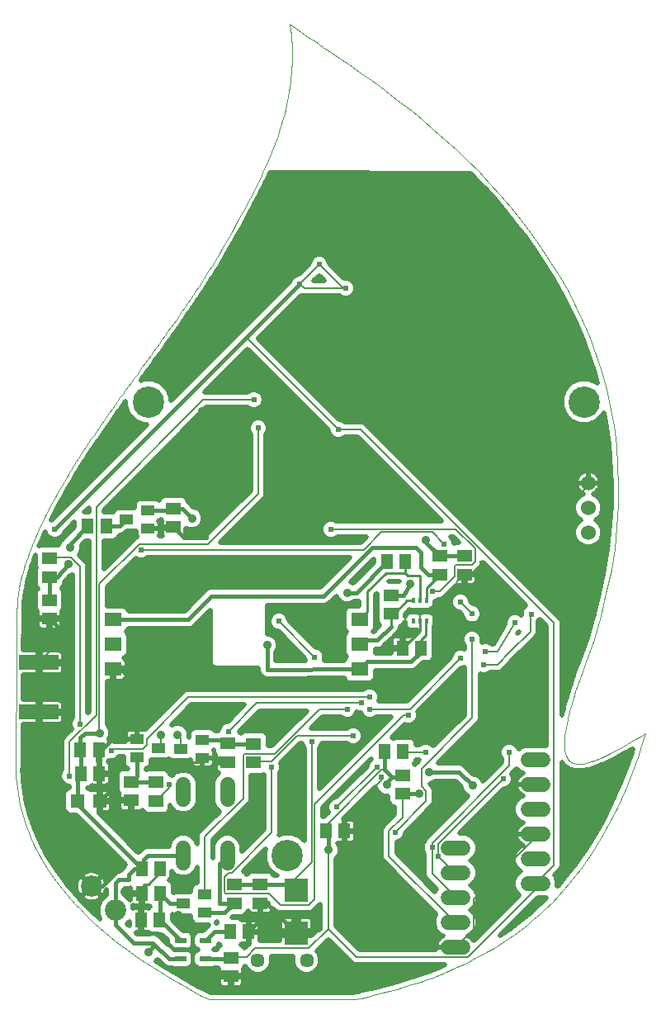
<source format=gbl>
G75*
%MOIN*%
%OFA0B0*%
%FSLAX25Y25*%
%IPPOS*%
%LPD*%
%AMOC8*
5,1,8,0,0,1.08239X$1,22.5*
%
%ADD10C,0.00000*%
%ADD11C,0.06000*%
%ADD12C,0.08600*%
%ADD13R,0.05118X0.05906*%
%ADD14R,0.05906X0.05118*%
%ADD15R,0.05700X0.05500*%
%ADD16R,0.05512X0.03937*%
%ADD17R,0.09449X0.09449*%
%ADD18R,0.01378X0.01969*%
%ADD19C,0.05709*%
%ADD20C,0.06000*%
%ADD21R,0.07087X0.05512*%
%ADD22R,0.04724X0.02165*%
%ADD23R,0.16000X0.06000*%
%ADD24C,0.01575*%
%ADD25C,0.03562*%
%ADD26C,0.00984*%
%ADD27C,0.01200*%
%ADD28C,0.01600*%
%ADD29C,0.00600*%
%ADD30C,0.02400*%
%ADD31C,0.02000*%
%ADD32C,0.12661*%
D10*
X0049225Y0058865D02*
X0046667Y0063028D01*
X0045489Y0065136D01*
X0044414Y0067269D01*
X0043340Y0069403D01*
X0042369Y0071562D01*
X0041504Y0073747D01*
X0040639Y0075932D01*
X0039879Y0078143D01*
X0039227Y0080380D01*
X0038575Y0082617D01*
X0038032Y0084880D01*
X0037164Y0089457D01*
X0036840Y0091771D01*
X0036628Y0094111D01*
X0036417Y0096452D01*
X0036317Y0098818D01*
X0036332Y0101210D01*
X0036356Y0105023D01*
X0036380Y0108837D01*
X0036451Y0120278D01*
X0036475Y0124091D01*
X0036523Y0131719D01*
X0036547Y0135532D01*
X0036594Y0143159D01*
X0036618Y0146973D01*
X0036690Y0158414D01*
X0036713Y0162227D01*
X0036722Y0163669D01*
X0036796Y0165129D01*
X0036929Y0166605D01*
X0037062Y0168081D01*
X0037256Y0169574D01*
X0037755Y0172588D01*
X0038061Y0174109D01*
X0038418Y0175642D01*
X0038776Y0177176D01*
X0038775Y0177166D02*
X0038771Y0177166D01*
X0038775Y0177166D02*
X0039183Y0178717D01*
X0039186Y0178721D02*
X0039644Y0180277D01*
X0040101Y0181833D01*
X0040607Y0183399D01*
X0041157Y0184973D01*
X0041706Y0186547D01*
X0042300Y0188130D01*
X0042934Y0189718D01*
X0043567Y0191306D01*
X0044241Y0192900D01*
X0044950Y0194499D01*
X0045659Y0196097D01*
X0046405Y0197699D01*
X0047181Y0199303D01*
X0047958Y0200907D01*
X0048767Y0202513D01*
X0049604Y0204119D01*
X0050440Y0205725D01*
X0051305Y0207331D01*
X0052192Y0208934D01*
X0053080Y0210537D01*
X0053992Y0212139D01*
X0054923Y0213735D01*
X0055855Y0215332D01*
X0056806Y0216925D01*
X0057772Y0218511D01*
X0058739Y0220097D01*
X0059721Y0221677D01*
X0060715Y0223248D01*
X0061709Y0224820D01*
X0062714Y0226383D01*
X0063727Y0227935D01*
X0064740Y0229487D01*
X0065760Y0231029D01*
X0066784Y0232558D01*
X0067808Y0234088D01*
X0068835Y0235604D01*
X0069862Y0237106D01*
X0070890Y0238611D01*
X0071935Y0240120D01*
X0074055Y0243149D01*
X0075129Y0244669D01*
X0076216Y0246195D01*
X0077303Y0247721D01*
X0078402Y0249253D01*
X0079511Y0250791D01*
X0080620Y0252329D01*
X0081739Y0253872D01*
X0082866Y0255422D01*
X0083992Y0256972D01*
X0085126Y0258529D01*
X0086265Y0260092D01*
X0087405Y0261655D01*
X0088549Y0263224D01*
X0089696Y0264801D01*
X0090844Y0266377D01*
X0091994Y0267960D01*
X0094295Y0271141D01*
X0095446Y0272739D01*
X0096595Y0274344D01*
X0097744Y0275949D01*
X0098891Y0277561D01*
X0100033Y0279181D01*
X0101176Y0280801D01*
X0102314Y0282429D01*
X0103446Y0284065D01*
X0104578Y0285701D01*
X0105703Y0287345D01*
X0106819Y0288997D01*
X0107935Y0290649D01*
X0109041Y0292309D01*
X0110137Y0293978D01*
X0111232Y0295647D01*
X0112316Y0297324D01*
X0113386Y0299010D01*
X0114456Y0300696D01*
X0115512Y0302391D01*
X0116552Y0304096D01*
X0117592Y0305800D01*
X0118616Y0307513D01*
X0119621Y0309235D01*
X0120627Y0310958D01*
X0121613Y0312690D01*
X0123545Y0316173D01*
X0124502Y0317901D01*
X0126391Y0321334D01*
X0127323Y0323040D01*
X0128239Y0324738D01*
X0129155Y0326436D01*
X0130055Y0328126D01*
X0131816Y0331497D01*
X0132676Y0333178D01*
X0133513Y0334857D01*
X0134350Y0336537D01*
X0135163Y0338214D01*
X0135950Y0339893D01*
X0136736Y0341572D01*
X0137495Y0343253D01*
X0138951Y0346623D01*
X0139648Y0348312D01*
X0140311Y0350010D01*
X0140974Y0351707D01*
X0141602Y0353412D01*
X0142192Y0355127D01*
X0142782Y0356843D01*
X0143333Y0358569D01*
X0144352Y0362049D01*
X0144820Y0363803D01*
X0145242Y0365574D01*
X0145664Y0367344D01*
X0146040Y0369132D01*
X0146694Y0372747D01*
X0146972Y0374574D01*
X0147196Y0376425D01*
X0147421Y0378276D01*
X0147592Y0380149D01*
X0147707Y0382049D01*
X0147821Y0383949D01*
X0147879Y0385875D01*
X0147877Y0387830D01*
X0147874Y0389785D01*
X0147811Y0391769D01*
X0147684Y0393786D01*
X0147557Y0395802D01*
X0147366Y0397851D01*
X0147107Y0399936D01*
X0149131Y0398453D01*
X0151591Y0396761D01*
X0154411Y0394854D01*
X0157231Y0392947D01*
X0160410Y0390825D01*
X0163874Y0388481D01*
X0167337Y0386137D01*
X0171083Y0383571D01*
X0175037Y0380777D01*
X0178991Y0377984D01*
X0183152Y0374961D01*
X0187443Y0371705D01*
X0191734Y0368448D01*
X0196156Y0364956D01*
X0200632Y0361224D01*
X0205108Y0357491D01*
X0209638Y0353517D01*
X0214146Y0349295D01*
X0218654Y0345074D01*
X0223140Y0340605D01*
X0227527Y0335881D01*
X0231914Y0331158D01*
X0236203Y0326180D01*
X0240316Y0320942D01*
X0244429Y0315704D01*
X0248368Y0310205D01*
X0255741Y0298673D01*
X0259176Y0292639D01*
X0265391Y0280026D01*
X0268170Y0273445D01*
X0272920Y0259724D01*
X0274890Y0252583D01*
X0277870Y0237729D01*
X0278879Y0230015D01*
X0279783Y0214001D01*
X0279678Y0205701D01*
X0278939Y0197101D01*
X0278200Y0188501D01*
X0276827Y0179602D01*
X0274744Y0170396D01*
X0272662Y0161191D01*
X0269869Y0151680D01*
X0266290Y0141856D01*
X0265184Y0138821D01*
X0264191Y0135982D01*
X0263308Y0133329D01*
X0262425Y0130677D01*
X0261653Y0128213D01*
X0260323Y0123642D01*
X0259767Y0121536D01*
X0258865Y0117666D01*
X0258520Y0115903D01*
X0258279Y0114304D01*
X0258037Y0112704D01*
X0257900Y0111268D01*
X0257863Y0109988D01*
X0257827Y0108708D01*
X0257892Y0107583D01*
X0258056Y0106606D01*
X0258220Y0105629D01*
X0258484Y0104800D01*
X0258844Y0104111D01*
X0259205Y0103421D01*
X0259662Y0102872D01*
X0260214Y0102454D01*
X0260766Y0102037D01*
X0261413Y0101752D01*
X0262892Y0101429D01*
X0263725Y0101391D01*
X0264647Y0101470D01*
X0265570Y0101549D01*
X0266582Y0101744D01*
X0268784Y0102350D01*
X0269974Y0102761D01*
X0272524Y0103785D01*
X0273885Y0104397D01*
X0275330Y0105101D01*
X0276775Y0105806D01*
X0278303Y0106603D01*
X0279914Y0107484D01*
X0281524Y0108366D01*
X0283215Y0109332D01*
X0286758Y0111417D01*
X0288608Y0112537D01*
X0290535Y0113725D01*
X0289087Y0108846D01*
X0287539Y0104197D01*
X0285898Y0099764D01*
X0284257Y0095332D01*
X0282524Y0091117D01*
X0278886Y0083098D01*
X0276981Y0079293D01*
X0274998Y0075682D01*
X0273015Y0072070D01*
X0270953Y0068652D01*
X0268819Y0065414D01*
X0266685Y0062177D01*
X0264480Y0059120D01*
X0262210Y0056233D01*
X0259940Y0053346D01*
X0257605Y0050627D01*
X0255212Y0048066D01*
X0252819Y0045504D01*
X0250368Y0043100D01*
X0247867Y0040840D01*
X0245365Y0038580D01*
X0242813Y0036466D01*
X0237620Y0032501D01*
X0234980Y0030652D01*
X0229625Y0027195D01*
X0226911Y0025587D01*
X0221423Y0022589D01*
X0218649Y0021199D01*
X0213054Y0018611D01*
X0210234Y0017414D01*
X0204561Y0015188D01*
X0201708Y0014160D01*
X0198846Y0013205D01*
X0195985Y0012249D01*
X0193114Y0011366D01*
X0190241Y0010543D01*
X0187368Y0009720D01*
X0184492Y0008958D01*
X0181622Y0008244D01*
X0178751Y0007530D01*
X0175886Y0006864D01*
X0173032Y0006235D01*
X0114522Y0006235D01*
X0111436Y0007801D01*
X0108429Y0009392D01*
X0105503Y0011010D01*
X0102578Y0012627D01*
X0099734Y0014270D01*
X0096974Y0015939D01*
X0094214Y0017608D01*
X0091538Y0019303D01*
X0088948Y0021024D01*
X0086358Y0022744D01*
X0083854Y0024490D01*
X0081438Y0026262D01*
X0079022Y0028034D01*
X0076694Y0029832D01*
X0074457Y0031656D01*
X0072219Y0033480D01*
X0070072Y0035329D01*
X0068018Y0037204D01*
X0065963Y0039080D01*
X0064001Y0040981D01*
X0062134Y0042908D01*
X0060267Y0044834D01*
X0058494Y0046787D01*
X0056819Y0048766D01*
X0055143Y0050744D01*
X0053564Y0052748D01*
X0050605Y0056809D01*
X0049225Y0058865D01*
X0039178Y0178704D02*
X0039191Y0178745D01*
D11*
X0104026Y0093048D02*
X0104026Y0087048D01*
X0104026Y0067448D02*
X0104026Y0061448D01*
X0121826Y0061448D02*
X0121826Y0067448D01*
X0121826Y0087048D02*
X0121826Y0093048D01*
X0211022Y0067468D02*
X0217022Y0067468D01*
X0217022Y0057468D02*
X0211022Y0057468D01*
X0211022Y0047468D02*
X0217022Y0047468D01*
X0217022Y0037468D02*
X0211022Y0037468D01*
X0211022Y0027468D02*
X0217022Y0027468D01*
X0243238Y0053044D02*
X0249238Y0053044D01*
X0249238Y0063044D02*
X0243238Y0063044D01*
X0243238Y0073044D02*
X0249238Y0073044D01*
X0249238Y0083044D02*
X0243238Y0083044D01*
X0243238Y0093044D02*
X0249238Y0093044D01*
X0249238Y0103044D02*
X0243238Y0103044D01*
D12*
X0076664Y0042276D03*
X0066921Y0052020D03*
D13*
X0087256Y0048902D03*
X0087256Y0059138D03*
X0094737Y0059138D03*
X0094737Y0048902D03*
X0094343Y0038272D03*
X0086863Y0038272D03*
X0122926Y0033587D03*
X0130406Y0033587D03*
X0161626Y0074256D03*
X0169107Y0074256D03*
X0185170Y0106382D03*
X0192650Y0106382D03*
X0192532Y0148154D03*
X0200012Y0148154D03*
X0193674Y0183193D03*
X0186193Y0183193D03*
X0072886Y0197287D03*
X0065406Y0197287D03*
X0062414Y0106933D03*
X0069894Y0106933D03*
X0070091Y0097484D03*
X0062611Y0097484D03*
D14*
X0082965Y0094098D03*
X0082965Y0086618D03*
X0093004Y0086461D03*
X0093004Y0093941D03*
X0121941Y0102130D03*
X0121941Y0109610D03*
X0132374Y0109492D03*
X0132374Y0102012D03*
X0135091Y0052642D03*
X0135091Y0045161D03*
X0124461Y0045161D03*
X0124461Y0052642D03*
X0123280Y0023114D03*
X0123280Y0015634D03*
X0192532Y0089374D03*
X0192532Y0096854D03*
X0187886Y0162051D03*
X0187886Y0169531D03*
X0207493Y0177799D03*
X0207493Y0185280D03*
X0217532Y0185358D03*
X0217532Y0177878D03*
X0100091Y0196933D03*
X0100091Y0204413D03*
X0050091Y0184256D03*
X0050091Y0176776D03*
X0050012Y0167445D03*
X0050012Y0159965D03*
D15*
X0061439Y0086382D03*
X0070239Y0086382D03*
D16*
X0085406Y0104020D03*
X0085406Y0111500D03*
X0094067Y0107760D03*
X0103122Y0107445D03*
X0111784Y0111185D03*
X0111784Y0103705D03*
X0112650Y0048705D03*
X0112650Y0041224D03*
X0103989Y0044965D03*
X0089737Y0196303D03*
X0089737Y0203783D03*
X0081075Y0200043D03*
D17*
X0149658Y0050476D03*
X0149658Y0033154D03*
D18*
X0197020Y0159020D03*
X0199579Y0159020D03*
X0202138Y0159020D03*
X0202138Y0167287D03*
X0199579Y0167287D03*
X0197020Y0167287D03*
D19*
X0153800Y0022094D03*
X0134115Y0022094D03*
D20*
X0267572Y0194822D03*
X0267572Y0204822D03*
X0267572Y0214822D03*
D21*
X0175248Y0159571D03*
X0175248Y0149571D03*
X0175248Y0139571D03*
X0075642Y0139571D03*
X0075642Y0149571D03*
X0075642Y0159571D03*
D22*
X0102847Y0030201D03*
X0102847Y0026461D03*
X0102847Y0022720D03*
X0113083Y0022720D03*
X0113083Y0030201D03*
D23*
X0045650Y0122287D03*
X0045650Y0142287D03*
D24*
X0056351Y0153232D02*
X0056351Y0153626D01*
X0050012Y0159965D01*
X0050012Y0167445D02*
X0050012Y0176697D01*
X0050091Y0176776D01*
X0052886Y0176776D01*
X0057532Y0181972D01*
X0058319Y0188665D02*
X0058319Y0190201D01*
X0065406Y0197287D01*
X0072886Y0197287D02*
X0078319Y0197287D01*
X0081075Y0200043D01*
X0089737Y0196303D02*
X0099461Y0196303D01*
X0100091Y0196933D01*
X0104422Y0192602D01*
X0113437Y0192602D01*
X0113437Y0204413D01*
X0111469Y0206382D01*
X0111469Y0243783D01*
X0103595Y0204413D02*
X0100091Y0204413D01*
X0099461Y0203783D01*
X0089737Y0203783D01*
X0103595Y0204413D02*
X0107532Y0200476D01*
X0115406Y0168980D02*
X0105996Y0159571D01*
X0075642Y0159571D01*
X0075642Y0139571D02*
X0078713Y0139571D01*
X0081941Y0136343D01*
X0070130Y0113862D02*
X0064225Y0113862D01*
X0062256Y0111894D01*
X0062256Y0107091D01*
X0062414Y0106933D01*
X0063201Y0106933D01*
X0062611Y0106736D02*
X0062414Y0106933D01*
X0062611Y0106736D02*
X0062611Y0097484D01*
X0061439Y0096313D01*
X0061439Y0086382D01*
X0061439Y0084955D01*
X0087256Y0059138D01*
X0084304Y0059138D01*
X0081941Y0056776D01*
X0081941Y0054807D01*
X0078004Y0054807D01*
X0076664Y0053467D01*
X0076664Y0042276D01*
X0076664Y0036462D01*
X0083910Y0029217D01*
X0091784Y0029217D01*
X0091784Y0027248D01*
X0089815Y0025280D01*
X0091784Y0029217D02*
X0098280Y0022720D01*
X0102847Y0022720D01*
X0102847Y0026461D02*
X0100445Y0026461D01*
X0093752Y0033154D01*
X0087059Y0033154D01*
X0087059Y0038075D01*
X0086863Y0038272D01*
X0086863Y0048508D01*
X0087256Y0048902D01*
X0086469Y0049689D01*
X0080367Y0049689D01*
X0078004Y0058744D02*
X0076823Y0058744D01*
X0056744Y0078823D01*
X0070239Y0086382D02*
X0075672Y0091815D01*
X0076430Y0091815D01*
X0082965Y0094098D02*
X0092847Y0094098D01*
X0093004Y0093941D01*
X0085406Y0096539D02*
X0085406Y0104020D01*
X0085406Y0096539D02*
X0082965Y0094098D01*
X0082965Y0086618D02*
X0082729Y0086382D01*
X0070239Y0086382D01*
X0070239Y0097336D01*
X0070091Y0097484D01*
X0070091Y0106736D01*
X0069894Y0106933D01*
X0071075Y0106933D01*
X0076036Y0111894D01*
X0076430Y0111500D01*
X0085406Y0111500D01*
X0111784Y0111185D02*
X0120367Y0111185D01*
X0121941Y0109610D01*
X0122059Y0109492D01*
X0132374Y0109492D01*
X0121941Y0102130D02*
X0120367Y0103705D01*
X0111784Y0103705D01*
X0104026Y0064448D02*
X0089614Y0064448D01*
X0087847Y0062681D01*
X0087847Y0059728D01*
X0087256Y0059138D01*
X0086863Y0058744D01*
X0078004Y0058744D02*
X0071280Y0052020D01*
X0066921Y0052020D01*
X0094737Y0048902D02*
X0094737Y0038665D01*
X0094343Y0038272D01*
X0094776Y0038272D01*
X0102847Y0030201D01*
X0102847Y0026461D02*
X0106351Y0026461D01*
X0107532Y0027642D01*
X0107532Y0035122D01*
X0102414Y0040240D01*
X0102020Y0040240D01*
X0103989Y0044965D02*
X0098674Y0044965D01*
X0094737Y0048902D01*
X0112650Y0041224D02*
X0120524Y0041224D01*
X0124461Y0045161D01*
X0118556Y0045161D01*
X0118556Y0061178D01*
X0121826Y0064448D01*
X0124461Y0052642D02*
X0135091Y0052642D01*
X0147493Y0052642D01*
X0149658Y0050476D01*
X0137650Y0045161D02*
X0149658Y0033154D01*
X0156744Y0033154D01*
X0158713Y0035122D01*
X0149658Y0033154D02*
X0147099Y0033154D01*
X0135091Y0038272D02*
X0135091Y0045161D01*
X0137650Y0045161D01*
X0135091Y0038272D02*
X0130406Y0033587D01*
X0122926Y0033587D02*
X0116469Y0033587D01*
X0113083Y0030201D01*
X0107532Y0025280D02*
X0107532Y0019374D01*
X0109500Y0017406D01*
X0121508Y0017406D01*
X0123280Y0015634D01*
X0122886Y0022720D02*
X0123280Y0023114D01*
X0122886Y0022720D02*
X0113083Y0022720D01*
X0107532Y0025280D02*
X0106351Y0026461D01*
X0137847Y0139453D02*
X0137847Y0149295D01*
X0137847Y0139453D02*
X0174343Y0139571D01*
X0175248Y0139571D01*
X0178280Y0142602D01*
X0196115Y0142602D01*
X0200012Y0146500D01*
X0200012Y0148154D01*
X0187886Y0156815D02*
X0182335Y0151264D01*
X0176941Y0151264D01*
X0175248Y0149571D01*
X0173949Y0170555D02*
X0170130Y0170555D01*
X0173949Y0170555D02*
X0186193Y0183193D01*
X0180367Y0188665D02*
X0160681Y0168980D01*
X0115406Y0168980D01*
X0180367Y0188665D02*
X0198083Y0188665D01*
X0200052Y0186697D01*
X0200052Y0180791D01*
X0203044Y0177799D01*
X0207493Y0177799D01*
X0207493Y0185280D02*
X0202020Y0190752D01*
X0202020Y0191815D01*
X0207571Y0185358D02*
X0207493Y0185280D01*
X0207571Y0185358D02*
X0217532Y0185358D01*
X0195721Y0174098D02*
X0193122Y0169531D01*
X0187886Y0169531D01*
D25*
X0195721Y0174098D03*
X0202020Y0191815D03*
X0170130Y0170555D03*
X0137847Y0149295D03*
X0105563Y0102051D03*
X0101626Y0113075D03*
X0094933Y0113075D03*
X0081941Y0136343D03*
X0070130Y0113862D03*
X0076036Y0111894D03*
X0076430Y0091815D03*
X0056744Y0078823D03*
X0078004Y0058744D03*
X0080367Y0049689D03*
X0089815Y0025280D03*
X0102020Y0040240D03*
X0158713Y0035122D03*
X0162650Y0066618D03*
X0168556Y0066618D03*
X0186272Y0092996D03*
X0199264Y0089453D03*
X0203201Y0098114D03*
X0220918Y0092602D03*
X0111469Y0206382D03*
X0107532Y0200476D03*
X0111469Y0243783D03*
X0058319Y0188665D03*
X0057532Y0181972D03*
X0056351Y0153232D03*
X0183138Y0293112D03*
X0200839Y0296933D03*
D26*
X0193674Y0183193D02*
X0193674Y0178350D01*
X0193595Y0178429D01*
X0185878Y0178429D01*
X0178398Y0170949D01*
X0178398Y0162720D01*
X0175248Y0159571D01*
X0187886Y0162051D02*
X0187886Y0156815D01*
X0187886Y0162051D02*
X0188910Y0163075D01*
X0190209Y0163075D01*
X0194422Y0167287D01*
X0197020Y0167287D01*
X0199579Y0167287D02*
X0199579Y0177287D01*
X0194737Y0177287D01*
X0193674Y0178350D01*
X0202138Y0172445D02*
X0202138Y0167287D01*
X0202138Y0172445D02*
X0207493Y0177799D01*
X0202138Y0159020D02*
X0202020Y0158902D01*
X0202020Y0153232D01*
X0200012Y0151224D01*
X0200012Y0148154D01*
X0199579Y0155201D02*
X0192532Y0148154D01*
X0199579Y0155201D02*
X0199579Y0159020D01*
X0111784Y0103705D02*
X0110130Y0102051D01*
X0105563Y0102051D01*
X0094737Y0059138D02*
X0093752Y0058154D01*
X0093752Y0056776D01*
X0089815Y0052839D01*
X0087847Y0052839D01*
X0087847Y0049492D01*
X0087256Y0048902D01*
D27*
X0190996Y0287091D02*
X0200839Y0296933D01*
X0190996Y0287091D02*
X0183138Y0293112D01*
D28*
X0151097Y0295131D02*
X0052097Y0196131D01*
X0161626Y0074256D02*
X0162650Y0073232D01*
X0162650Y0066618D01*
X0168556Y0066618D02*
X0168556Y0073705D01*
X0169107Y0074256D01*
X0186272Y0092996D02*
X0186272Y0094177D01*
X0188241Y0096146D01*
X0185170Y0099217D01*
X0185170Y0106382D01*
X0192532Y0096854D02*
X0191823Y0096146D01*
X0188241Y0096146D01*
X0192532Y0089374D02*
X0199185Y0089374D01*
X0199264Y0089453D01*
X0203201Y0098114D02*
X0215406Y0098114D01*
X0220918Y0092602D01*
D29*
X0233297Y0095331D02*
X0206897Y0068931D01*
X0206897Y0064131D01*
X0213497Y0057531D01*
X0214022Y0057468D01*
X0204497Y0056931D02*
X0213497Y0047931D01*
X0214022Y0047468D01*
X0221297Y0046731D02*
X0221297Y0034731D01*
X0214097Y0027531D01*
X0214022Y0027468D01*
X0218897Y0023331D02*
X0173897Y0023331D01*
X0162497Y0034731D01*
X0162497Y0065931D01*
X0162650Y0066618D01*
X0161626Y0074256D02*
X0161897Y0074931D01*
X0161897Y0076731D01*
X0184097Y0098931D01*
X0184697Y0098931D01*
X0185170Y0099217D01*
X0182297Y0100131D02*
X0166097Y0083931D01*
X0169097Y0079731D02*
X0169097Y0074931D01*
X0169107Y0074256D01*
X0169097Y0079731D02*
X0184097Y0094731D01*
X0184097Y0095931D01*
X0192532Y0089374D02*
X0192497Y0088731D01*
X0192497Y0079731D01*
X0187097Y0074331D01*
X0187097Y0064131D01*
X0213497Y0037731D01*
X0214022Y0037468D01*
X0221297Y0046731D02*
X0245897Y0071331D01*
X0245897Y0072531D01*
X0246238Y0073044D01*
X0253697Y0060531D02*
X0246497Y0053331D01*
X0246238Y0053044D01*
X0245897Y0052731D01*
X0245897Y0050331D01*
X0218897Y0023331D01*
X0204497Y0056931D02*
X0204497Y0067731D01*
X0204497Y0069531D01*
X0235697Y0100731D01*
X0235697Y0106131D01*
X0220697Y0119931D02*
X0200297Y0099531D01*
X0200297Y0092331D01*
X0202097Y0090531D01*
X0202097Y0086331D01*
X0189497Y0073731D01*
X0192975Y0106056D02*
X0192650Y0106382D01*
X0192975Y0106056D02*
X0201952Y0106056D01*
X0194897Y0121131D02*
X0193097Y0121131D01*
X0157097Y0085131D01*
X0157097Y0046731D01*
X0154697Y0044331D01*
X0143297Y0044331D01*
X0138497Y0049131D01*
X0121097Y0049131D01*
X0120497Y0049731D01*
X0120497Y0055731D01*
X0122297Y0057531D01*
X0123497Y0057531D01*
X0139697Y0073731D01*
X0139697Y0100131D01*
X0139697Y0102531D02*
X0132497Y0102531D01*
X0132374Y0102012D01*
X0128897Y0105531D02*
X0140897Y0105531D01*
X0158897Y0123531D01*
X0170297Y0123531D01*
X0175832Y0125931D02*
X0133697Y0125931D01*
X0122297Y0114531D01*
X0128897Y0105531D02*
X0128297Y0104931D01*
X0128297Y0087531D01*
X0112697Y0071931D01*
X0112697Y0049131D01*
X0112650Y0048705D01*
X0123497Y0023331D02*
X0123280Y0023114D01*
X0123497Y0023331D02*
X0129497Y0023331D01*
X0133097Y0026931D01*
X0154697Y0026931D01*
X0162497Y0034731D01*
X0149658Y0050476D02*
X0147497Y0053331D01*
X0155897Y0061731D01*
X0155897Y0110331D01*
X0149897Y0112731D02*
X0139697Y0102531D01*
X0149897Y0112731D02*
X0172697Y0112731D01*
X0179297Y0123531D02*
X0195497Y0123531D01*
X0215897Y0143931D01*
X0220697Y0151731D02*
X0220697Y0119931D01*
X0225437Y0141477D02*
X0230827Y0141477D01*
X0235997Y0146646D01*
X0235997Y0146658D01*
X0244146Y0154807D01*
X0244146Y0161560D01*
X0244467Y0161881D01*
X0237867Y0158251D02*
X0231027Y0146736D01*
X0226036Y0146736D01*
X0220697Y0161931D02*
X0215897Y0166731D01*
X0214437Y0170241D02*
X0214437Y0174783D01*
X0217532Y0177878D01*
X0220039Y0177878D01*
X0224557Y0182396D01*
X0221897Y0182931D02*
X0221897Y0188331D01*
X0214097Y0196131D01*
X0163697Y0196131D01*
X0176897Y0187731D02*
X0184097Y0194931D01*
X0204497Y0194931D01*
X0209297Y0190131D01*
X0214097Y0181731D02*
X0213497Y0181131D01*
X0213497Y0176931D01*
X0207497Y0170931D01*
X0204497Y0170931D01*
X0206462Y0162266D02*
X0200192Y0162266D01*
X0199579Y0161653D01*
X0199579Y0159020D01*
X0206462Y0162266D02*
X0214437Y0170241D01*
X0214097Y0181731D02*
X0220697Y0181731D01*
X0221897Y0182931D01*
X0226427Y0192681D02*
X0253731Y0192681D01*
X0267572Y0214822D01*
X0253697Y0158331D02*
X0253697Y0060531D01*
X0192532Y0148154D02*
X0188884Y0148154D01*
X0186772Y0146041D01*
X0179297Y0128331D02*
X0106097Y0128331D01*
X0089297Y0111531D01*
X0089297Y0109131D01*
X0087497Y0107331D01*
X0075497Y0107331D01*
X0074897Y0106731D01*
X0070130Y0113862D02*
X0070097Y0114531D01*
X0070097Y0173931D01*
X0086297Y0190131D01*
X0113897Y0190131D01*
X0134297Y0210531D01*
X0134297Y0236931D01*
X0132497Y0248331D02*
X0112097Y0248331D01*
X0068897Y0205131D01*
X0068897Y0121131D01*
X0058097Y0110331D01*
X0058097Y0096531D01*
X0062297Y0117531D02*
X0062297Y0181131D01*
X0058697Y0184731D01*
X0050297Y0184731D01*
X0050091Y0184256D01*
X0056351Y0153232D02*
X0056297Y0152931D01*
X0046097Y0142731D01*
X0045650Y0142287D01*
X0045497Y0142131D01*
X0045497Y0122331D01*
X0045650Y0122287D01*
X0093004Y0086461D02*
X0093497Y0086931D01*
X0098297Y0091731D01*
X0098297Y0092931D01*
X0103122Y0107445D02*
X0103122Y0111579D01*
X0101626Y0113075D01*
X0094933Y0113075D02*
X0094933Y0108626D01*
X0094067Y0107760D01*
X0142697Y0158931D02*
X0157097Y0144531D01*
X0176897Y0187731D02*
X0086897Y0187731D01*
X0166697Y0236331D02*
X0129497Y0273531D01*
X0151097Y0295131D01*
X0152897Y0293331D01*
X0169697Y0293331D01*
X0168497Y0293331D01*
X0158897Y0302931D01*
X0151097Y0295131D01*
X0166697Y0236331D02*
X0175697Y0236331D01*
X0253697Y0158331D01*
D30*
X0244467Y0161881D03*
X0237867Y0158251D03*
X0226036Y0146736D03*
X0225437Y0141477D03*
X0220697Y0151731D03*
X0215897Y0143931D03*
X0220697Y0161931D03*
X0215897Y0166731D03*
X0204497Y0170931D03*
X0209297Y0190131D03*
X0224557Y0182396D03*
X0226427Y0192681D03*
X0186772Y0146041D03*
X0179297Y0128331D03*
X0175832Y0125931D03*
X0179297Y0123531D03*
X0170297Y0123531D03*
X0172697Y0112731D03*
X0182297Y0100131D03*
X0184097Y0095931D03*
X0189497Y0073731D03*
X0204497Y0067731D03*
X0206897Y0064131D03*
X0233297Y0095331D03*
X0235697Y0106131D03*
X0201952Y0106056D03*
X0194897Y0121131D03*
X0166097Y0083931D03*
X0155897Y0110331D03*
X0139697Y0100131D03*
X0122297Y0114531D03*
X0098297Y0092931D03*
X0074897Y0106731D03*
X0062297Y0117531D03*
X0058097Y0096531D03*
X0086897Y0187731D03*
X0052097Y0196131D03*
X0099519Y0269916D03*
X0104768Y0275766D03*
X0108198Y0269852D03*
X0112890Y0275312D03*
X0116256Y0280800D03*
X0112542Y0286024D03*
X0114551Y0291927D03*
X0109022Y0280777D03*
X0117341Y0270390D03*
X0132497Y0248331D03*
X0134297Y0236931D03*
X0166697Y0236331D03*
X0163697Y0196131D03*
X0142697Y0158931D03*
X0157097Y0144531D03*
X0188910Y0281391D03*
X0192676Y0286078D03*
X0195473Y0281464D03*
X0199110Y0285880D03*
X0202567Y0281419D03*
X0205228Y0285485D03*
X0209265Y0281464D03*
X0212592Y0285306D03*
X0216630Y0281307D03*
X0219897Y0285504D03*
X0223856Y0281228D03*
X0226547Y0285504D03*
X0230013Y0281110D03*
X0232942Y0285702D03*
X0236388Y0281010D03*
X0239970Y0285763D03*
X0235833Y0291027D03*
X0236724Y0297263D03*
X0235932Y0304686D03*
X0235239Y0310625D03*
X0241475Y0310922D03*
X0243752Y0304686D03*
X0243455Y0297341D03*
X0243613Y0291027D03*
X0246828Y0285835D03*
X0243316Y0280891D03*
X0250861Y0280659D03*
X0254289Y0286063D03*
X0250977Y0291106D03*
X0250067Y0297184D03*
X0258899Y0280659D03*
X0233457Y0317157D03*
X0231082Y0322799D03*
X0224648Y0322403D03*
X0224153Y0328738D03*
X0221480Y0333192D03*
X0219204Y0337943D03*
X0214254Y0332895D03*
X0213265Y0337745D03*
X0207029Y0337943D03*
X0207919Y0332796D03*
X0210988Y0328541D03*
X0216531Y0328243D03*
X0218115Y0322304D03*
X0218610Y0316266D03*
X0219501Y0309834D03*
X0211681Y0309834D03*
X0211483Y0316366D03*
X0211483Y0322205D03*
X0204653Y0328441D03*
X0200793Y0332895D03*
X0200793Y0337745D03*
X0193666Y0338141D03*
X0193864Y0332895D03*
X0198120Y0328342D03*
X0187430Y0338141D03*
X0158897Y0302931D03*
X0151097Y0295131D03*
X0169697Y0293331D03*
X0153082Y0321216D03*
X0152191Y0326857D03*
X0152488Y0332202D03*
X0147440Y0332202D03*
X0146054Y0326956D03*
X0147935Y0321314D03*
X0141600Y0321116D03*
X0140016Y0326659D03*
X0141996Y0332202D03*
X0137146Y0332302D03*
X0133582Y0326956D03*
X0135958Y0321116D03*
X0130712Y0321216D03*
X0128831Y0316068D03*
X0129425Y0310922D03*
X0124674Y0310823D03*
X0141006Y0338735D03*
X0146648Y0338735D03*
X0151696Y0338735D03*
X0225935Y0316563D03*
X0227518Y0310031D03*
D31*
X0238458Y0318775D02*
X0234040Y0324401D01*
X0229827Y0329290D01*
X0225855Y0333568D01*
X0225855Y0333568D01*
X0225283Y0334183D01*
X0225097Y0334384D01*
X0221125Y0338659D01*
X0220042Y0339739D01*
X0139193Y0340211D01*
X0139058Y0339912D01*
X0139044Y0339899D01*
X0138721Y0339210D01*
X0138721Y0339210D01*
X0137927Y0337513D01*
X0137926Y0337494D01*
X0137691Y0337009D01*
X0137463Y0336522D01*
X0137448Y0336509D01*
X0137105Y0335802D01*
X0137104Y0335786D01*
X0136863Y0335301D01*
X0136626Y0334814D01*
X0136614Y0334803D01*
X0136267Y0334107D01*
X0136267Y0334107D01*
X0136200Y0333972D01*
X0135771Y0333110D01*
X0135771Y0333110D01*
X0135424Y0332414D01*
X0135422Y0332398D01*
X0135175Y0331916D01*
X0134934Y0331431D01*
X0134922Y0331421D01*
X0134556Y0330707D01*
X0134555Y0330695D01*
X0134303Y0330212D01*
X0134054Y0329726D01*
X0134045Y0329718D01*
X0132790Y0327314D01*
X0132789Y0327302D01*
X0132532Y0326821D01*
X0132279Y0326337D01*
X0132270Y0326329D01*
X0131885Y0325605D01*
X0131884Y0325597D01*
X0131623Y0325113D01*
X0131365Y0324628D01*
X0131359Y0324623D01*
X0130968Y0323899D01*
X0130968Y0323899D01*
X0130048Y0322194D01*
X0130047Y0322186D01*
X0129783Y0321703D01*
X0129523Y0321220D01*
X0129517Y0321215D01*
X0129113Y0320476D01*
X0129113Y0320472D01*
X0128845Y0319986D01*
X0128581Y0319503D01*
X0128578Y0319500D01*
X0127221Y0317035D01*
X0127221Y0317031D01*
X0126952Y0316546D01*
X0126686Y0316063D01*
X0126683Y0316060D01*
X0126264Y0315303D01*
X0126264Y0315302D01*
X0125992Y0314812D01*
X0125724Y0314329D01*
X0125724Y0314329D01*
X0124324Y0311804D01*
X0124322Y0311788D01*
X0124054Y0311318D01*
X0123792Y0310845D01*
X0123779Y0310835D01*
X0123328Y0310043D01*
X0123326Y0310028D01*
X0123052Y0309559D01*
X0122784Y0309088D01*
X0122772Y0309079D01*
X0121759Y0307343D01*
X0121759Y0307343D01*
X0121308Y0306570D01*
X0121305Y0306555D01*
X0121027Y0306089D01*
X0120754Y0305621D01*
X0120742Y0305611D01*
X0120275Y0304830D01*
X0120273Y0304816D01*
X0119990Y0304353D01*
X0119710Y0303885D01*
X0119699Y0303877D01*
X0119233Y0303112D01*
X0119233Y0303112D01*
X0118185Y0301397D01*
X0118183Y0301383D01*
X0117896Y0300922D01*
X0117612Y0300457D01*
X0117601Y0300449D01*
X0117121Y0299678D01*
X0117119Y0299666D01*
X0116826Y0299205D01*
X0116538Y0298743D01*
X0116528Y0298736D01*
X0115452Y0297040D01*
X0114972Y0296284D01*
X0114970Y0296272D01*
X0114674Y0295815D01*
X0114382Y0295354D01*
X0114372Y0295347D01*
X0113880Y0294586D01*
X0113878Y0294576D01*
X0113579Y0294120D01*
X0113281Y0293659D01*
X0113273Y0293653D01*
X0112174Y0291978D01*
X0111682Y0291230D01*
X0111680Y0291219D01*
X0111376Y0290764D01*
X0111077Y0290307D01*
X0111068Y0290301D01*
X0110568Y0289552D01*
X0110567Y0289543D01*
X0110260Y0289089D01*
X0109955Y0288632D01*
X0109948Y0288627D01*
X0109451Y0287891D01*
X0109451Y0287891D01*
X0108910Y0287091D01*
X0108827Y0286968D01*
X0108827Y0286968D01*
X0108330Y0286232D01*
X0108328Y0286223D01*
X0108018Y0285770D01*
X0107711Y0285316D01*
X0107704Y0285311D01*
X0107199Y0284573D01*
X0107197Y0284566D01*
X0106885Y0284114D01*
X0106574Y0283660D01*
X0106568Y0283656D01*
X0106066Y0282930D01*
X0106066Y0282930D01*
X0105602Y0282259D01*
X0105432Y0282014D01*
X0105432Y0282014D01*
X0104930Y0281288D01*
X0104928Y0281281D01*
X0104612Y0280830D01*
X0104300Y0280378D01*
X0104294Y0280374D01*
X0103786Y0279648D01*
X0103785Y0279643D01*
X0103466Y0279190D01*
X0103151Y0278740D01*
X0103147Y0278737D01*
X0102642Y0278023D01*
X0102642Y0278023D01*
X0102503Y0277825D01*
X0102000Y0277112D01*
X0102000Y0277112D01*
X0101496Y0276398D01*
X0101495Y0276392D01*
X0101176Y0275944D01*
X0100858Y0275492D01*
X0100853Y0275489D01*
X0100346Y0274776D01*
X0100345Y0274772D01*
X0100022Y0274321D01*
X0099702Y0273872D01*
X0099699Y0273870D01*
X0098547Y0272261D01*
X0098547Y0272261D01*
X0098044Y0271558D01*
X0098043Y0271554D01*
X0097720Y0271106D01*
X0097398Y0270656D01*
X0097395Y0270654D01*
X0096890Y0269954D01*
X0096890Y0269951D01*
X0096563Y0269500D01*
X0096241Y0269053D01*
X0096239Y0269051D01*
X0094587Y0266768D01*
X0094587Y0266765D01*
X0094261Y0266317D01*
X0093936Y0265868D01*
X0093934Y0265867D01*
X0093436Y0265181D01*
X0093435Y0265180D01*
X0093107Y0264729D01*
X0092782Y0264281D01*
X0092781Y0264280D01*
X0091797Y0262929D01*
X0091140Y0262026D01*
X0091140Y0262025D01*
X0090814Y0261578D01*
X0090485Y0261126D01*
X0090484Y0261126D01*
X0089660Y0259995D01*
X0088352Y0258200D01*
X0087398Y0256893D01*
X0086884Y0256187D01*
X0088031Y0256662D01*
X0091663Y0256662D01*
X0095019Y0255272D01*
X0097588Y0252704D01*
X0098978Y0249348D01*
X0098978Y0248103D01*
X0147306Y0296432D01*
X0147706Y0297397D01*
X0148831Y0298523D01*
X0150302Y0299131D01*
X0150713Y0299131D01*
X0154897Y0303316D01*
X0154897Y0303727D01*
X0155506Y0305197D01*
X0156631Y0306323D01*
X0158102Y0306931D01*
X0159693Y0306931D01*
X0161163Y0306323D01*
X0162288Y0305197D01*
X0162897Y0303727D01*
X0162897Y0303316D01*
X0168887Y0297326D01*
X0168902Y0297331D01*
X0170493Y0297331D01*
X0171963Y0296723D01*
X0173088Y0295597D01*
X0173697Y0294127D01*
X0173697Y0292536D01*
X0173088Y0291066D01*
X0171963Y0289940D01*
X0170493Y0289331D01*
X0168902Y0289331D01*
X0167431Y0289940D01*
X0167140Y0290231D01*
X0152281Y0290231D01*
X0151579Y0290522D01*
X0134235Y0273178D01*
X0167081Y0240331D01*
X0167493Y0240331D01*
X0168963Y0239723D01*
X0169254Y0239431D01*
X0176314Y0239431D01*
X0177453Y0238960D01*
X0255453Y0160960D01*
X0256325Y0160088D01*
X0256797Y0158948D01*
X0256797Y0121130D01*
X0256923Y0121670D01*
X0256917Y0121713D01*
X0257049Y0122211D01*
X0257166Y0122713D01*
X0257191Y0122748D01*
X0257483Y0123853D01*
X0257479Y0123889D01*
X0257625Y0124390D01*
X0257759Y0124896D01*
X0257780Y0124924D01*
X0258817Y0128489D01*
X0258814Y0128519D01*
X0258972Y0129022D01*
X0259120Y0129529D01*
X0259138Y0129553D01*
X0259595Y0131008D01*
X0259593Y0131033D01*
X0259761Y0131539D01*
X0259920Y0132046D01*
X0259937Y0132066D01*
X0260476Y0133685D01*
X0260476Y0133685D01*
X0261365Y0136358D01*
X0261364Y0136380D01*
X0261541Y0136886D01*
X0261710Y0137394D01*
X0261725Y0137411D01*
X0262364Y0139237D01*
X0262363Y0139256D01*
X0262547Y0139763D01*
X0262725Y0140271D01*
X0262738Y0140285D01*
X0263468Y0142291D01*
X0263468Y0142291D01*
X0267208Y0152554D01*
X0269950Y0161895D01*
X0272136Y0171557D01*
X0272136Y0171557D01*
X0274075Y0180125D01*
X0275418Y0188835D01*
X0276196Y0197895D01*
X0276196Y0197895D01*
X0276879Y0205838D01*
X0276982Y0213939D01*
X0276089Y0229754D01*
X0275106Y0237271D01*
X0273960Y0242983D01*
X0273688Y0242324D01*
X0271119Y0239756D01*
X0267763Y0238366D01*
X0264131Y0238366D01*
X0260775Y0239756D01*
X0258207Y0242324D01*
X0256817Y0245680D01*
X0256817Y0249313D01*
X0258207Y0252669D01*
X0260775Y0255237D01*
X0264131Y0256627D01*
X0267763Y0256627D01*
X0271119Y0255237D01*
X0271305Y0255052D01*
X0270245Y0258893D01*
X0265554Y0272441D01*
X0262843Y0278861D01*
X0256701Y0291327D01*
X0253343Y0297225D01*
X0246048Y0308634D01*
X0242189Y0314023D01*
X0238458Y0318775D01*
X0238458Y0318775D01*
X0238045Y0319301D02*
X0128468Y0319301D01*
X0129565Y0321299D02*
X0236475Y0321299D01*
X0234906Y0323298D02*
X0130644Y0323298D01*
X0131722Y0325296D02*
X0233268Y0325296D01*
X0231547Y0327295D02*
X0132785Y0327295D01*
X0133823Y0329293D02*
X0229825Y0329293D01*
X0227968Y0331292D02*
X0134856Y0331292D01*
X0135860Y0333290D02*
X0226112Y0333290D01*
X0224256Y0335289D02*
X0136857Y0335289D01*
X0137826Y0337287D02*
X0222400Y0337287D01*
X0220497Y0339286D02*
X0138757Y0339286D01*
X0127368Y0317302D02*
X0239614Y0317302D01*
X0241183Y0315304D02*
X0126264Y0315304D01*
X0125156Y0313305D02*
X0242703Y0313305D01*
X0244134Y0311307D02*
X0124048Y0311307D01*
X0122909Y0309308D02*
X0245566Y0309308D01*
X0246895Y0307310D02*
X0121740Y0307310D01*
X0120562Y0305311D02*
X0155620Y0305311D01*
X0154894Y0303313D02*
X0119355Y0303313D01*
X0118140Y0301314D02*
X0152896Y0301314D01*
X0150897Y0299316D02*
X0116896Y0299316D01*
X0115628Y0297317D02*
X0147673Y0297317D01*
X0146193Y0295319D02*
X0114354Y0295319D01*
X0113054Y0293320D02*
X0144195Y0293320D01*
X0142196Y0291322D02*
X0111742Y0291322D01*
X0110418Y0289323D02*
X0140198Y0289323D01*
X0138199Y0287325D02*
X0109068Y0287325D01*
X0107718Y0285326D02*
X0136201Y0285326D01*
X0134202Y0283328D02*
X0106341Y0283328D01*
X0104958Y0281329D02*
X0132204Y0281329D01*
X0130205Y0279331D02*
X0103565Y0279331D01*
X0102155Y0277332D02*
X0128207Y0277332D01*
X0126208Y0275334D02*
X0100742Y0275334D01*
X0099316Y0273335D02*
X0124210Y0273335D01*
X0122211Y0271336D02*
X0097886Y0271336D01*
X0096447Y0269338D02*
X0120213Y0269338D01*
X0118214Y0267339D02*
X0095000Y0267339D01*
X0093552Y0265341D02*
X0116216Y0265341D01*
X0114217Y0263342D02*
X0092098Y0263342D01*
X0090644Y0261344D02*
X0112219Y0261344D01*
X0110220Y0259345D02*
X0089186Y0259345D01*
X0087730Y0257347D02*
X0108221Y0257347D01*
X0106223Y0255348D02*
X0094835Y0255348D01*
X0096942Y0253350D02*
X0104224Y0253350D01*
X0102226Y0251351D02*
X0098148Y0251351D01*
X0098976Y0249353D02*
X0100227Y0249353D01*
X0109509Y0241359D02*
X0157286Y0241359D01*
X0155287Y0243357D02*
X0111507Y0243357D01*
X0113381Y0245231D02*
X0129940Y0245231D01*
X0130231Y0244940D01*
X0131702Y0244331D01*
X0133293Y0244331D01*
X0134763Y0244940D01*
X0135888Y0246066D01*
X0136497Y0247536D01*
X0136497Y0249127D01*
X0135888Y0250597D01*
X0134763Y0251723D01*
X0133293Y0252331D01*
X0131702Y0252331D01*
X0130231Y0251723D01*
X0129940Y0251431D01*
X0112488Y0251431D01*
X0129851Y0268794D01*
X0162697Y0235947D01*
X0162697Y0235536D01*
X0163306Y0234066D01*
X0164431Y0232940D01*
X0165902Y0232331D01*
X0167493Y0232331D01*
X0168963Y0232940D01*
X0169254Y0233231D01*
X0174413Y0233231D01*
X0208413Y0199231D01*
X0166254Y0199231D01*
X0165963Y0199523D01*
X0164493Y0200131D01*
X0162902Y0200131D01*
X0161431Y0199523D01*
X0160306Y0198397D01*
X0159697Y0196927D01*
X0159697Y0195336D01*
X0160306Y0193866D01*
X0161431Y0192740D01*
X0162902Y0192131D01*
X0164493Y0192131D01*
X0165963Y0192740D01*
X0166254Y0193031D01*
X0177813Y0193031D01*
X0175613Y0190831D01*
X0118981Y0190831D01*
X0136925Y0208775D01*
X0137397Y0209915D01*
X0137397Y0234375D01*
X0137688Y0234666D01*
X0138297Y0236136D01*
X0138297Y0237727D01*
X0137688Y0239197D01*
X0136563Y0240323D01*
X0135093Y0240931D01*
X0133502Y0240931D01*
X0132031Y0240323D01*
X0130906Y0239197D01*
X0130297Y0237727D01*
X0130297Y0236136D01*
X0130906Y0234666D01*
X0131197Y0234375D01*
X0131197Y0211816D01*
X0112613Y0193231D01*
X0104693Y0193231D01*
X0104907Y0193602D01*
X0105044Y0194111D01*
X0105044Y0196548D01*
X0106621Y0195895D01*
X0108443Y0195895D01*
X0110127Y0196593D01*
X0111416Y0197881D01*
X0112113Y0199565D01*
X0112113Y0201388D01*
X0111416Y0203071D01*
X0110127Y0204360D01*
X0108443Y0205057D01*
X0108024Y0205057D01*
X0105844Y0207238D01*
X0105844Y0207529D01*
X0105417Y0208559D01*
X0104630Y0209346D01*
X0103601Y0209772D01*
X0096581Y0209772D01*
X0095552Y0209346D01*
X0094764Y0208559D01*
X0094437Y0207767D01*
X0094079Y0208126D01*
X0093049Y0208552D01*
X0086424Y0208552D01*
X0085395Y0208126D01*
X0084607Y0207338D01*
X0084181Y0206309D01*
X0084181Y0204812D01*
X0077762Y0204812D01*
X0076733Y0204386D01*
X0075946Y0203598D01*
X0075715Y0203040D01*
X0071997Y0203040D01*
X0071997Y0203847D01*
X0113381Y0245231D01*
X0114407Y0253350D02*
X0145295Y0253350D01*
X0147293Y0251351D02*
X0135134Y0251351D01*
X0136404Y0249353D02*
X0149292Y0249353D01*
X0151290Y0247354D02*
X0136422Y0247354D01*
X0135178Y0245356D02*
X0153289Y0245356D01*
X0158060Y0249353D02*
X0256833Y0249353D01*
X0256817Y0247354D02*
X0160058Y0247354D01*
X0162057Y0245356D02*
X0256951Y0245356D01*
X0257779Y0243357D02*
X0164055Y0243357D01*
X0166054Y0241359D02*
X0259172Y0241359D01*
X0261730Y0239360D02*
X0176486Y0239360D01*
X0179051Y0237362D02*
X0275088Y0237362D01*
X0275356Y0235363D02*
X0181050Y0235363D01*
X0183048Y0233365D02*
X0275617Y0233365D01*
X0275879Y0231366D02*
X0185047Y0231366D01*
X0187045Y0229368D02*
X0276111Y0229368D01*
X0276224Y0227369D02*
X0189044Y0227369D01*
X0191042Y0225371D02*
X0276337Y0225371D01*
X0276450Y0223372D02*
X0193041Y0223372D01*
X0195039Y0221374D02*
X0276562Y0221374D01*
X0276675Y0219375D02*
X0269649Y0219375D01*
X0269491Y0219456D02*
X0268743Y0219699D01*
X0267966Y0219822D01*
X0267572Y0219822D01*
X0267178Y0219822D01*
X0266401Y0219699D01*
X0265653Y0219456D01*
X0264951Y0219098D01*
X0264315Y0218636D01*
X0263758Y0218079D01*
X0263296Y0217443D01*
X0262938Y0216741D01*
X0262695Y0215993D01*
X0262572Y0215216D01*
X0262572Y0214822D01*
X0262572Y0214428D01*
X0262695Y0213651D01*
X0262938Y0212903D01*
X0263296Y0212201D01*
X0263758Y0211565D01*
X0264315Y0211008D01*
X0264951Y0210546D01*
X0265527Y0210253D01*
X0264287Y0209739D01*
X0262655Y0208107D01*
X0261772Y0205976D01*
X0261772Y0203668D01*
X0262655Y0201537D01*
X0264287Y0199905D01*
X0264487Y0199822D01*
X0264287Y0199739D01*
X0262655Y0198107D01*
X0261772Y0195976D01*
X0261772Y0193668D01*
X0262655Y0191537D01*
X0264287Y0189905D01*
X0266418Y0189022D01*
X0268726Y0189022D01*
X0270857Y0189905D01*
X0272489Y0191537D01*
X0273372Y0193668D01*
X0273372Y0195976D01*
X0272489Y0198107D01*
X0270857Y0199739D01*
X0270657Y0199822D01*
X0270857Y0199905D01*
X0272489Y0201537D01*
X0273372Y0203668D01*
X0273372Y0205976D01*
X0272489Y0208107D01*
X0270857Y0209739D01*
X0269617Y0210253D01*
X0270193Y0210546D01*
X0270829Y0211008D01*
X0271386Y0211565D01*
X0271848Y0212201D01*
X0272206Y0212903D01*
X0272449Y0213651D01*
X0272572Y0214428D01*
X0272572Y0214822D01*
X0272572Y0215216D01*
X0272449Y0215993D01*
X0272206Y0216741D01*
X0271848Y0217443D01*
X0271386Y0218079D01*
X0270829Y0218636D01*
X0270193Y0219098D01*
X0269491Y0219456D01*
X0267572Y0219375D02*
X0267572Y0219375D01*
X0267572Y0219822D02*
X0267572Y0214822D01*
X0262572Y0214822D01*
X0267572Y0214822D01*
X0267572Y0214822D01*
X0272572Y0214822D01*
X0267572Y0214822D01*
X0267572Y0214822D01*
X0267572Y0219822D01*
X0265495Y0219375D02*
X0197038Y0219375D01*
X0199036Y0217377D02*
X0263262Y0217377D01*
X0262598Y0215378D02*
X0201035Y0215378D01*
X0203033Y0213380D02*
X0262783Y0213380D01*
X0263942Y0211381D02*
X0205032Y0211381D01*
X0207030Y0209383D02*
X0263930Y0209383D01*
X0262355Y0207384D02*
X0209029Y0207384D01*
X0211027Y0205386D02*
X0261772Y0205386D01*
X0261888Y0203387D02*
X0213026Y0203387D01*
X0215024Y0201389D02*
X0262803Y0201389D01*
X0263938Y0199390D02*
X0217023Y0199390D01*
X0219021Y0197392D02*
X0262358Y0197392D01*
X0261772Y0195393D02*
X0221020Y0195393D01*
X0223018Y0193395D02*
X0261885Y0193395D01*
X0262796Y0191396D02*
X0225017Y0191396D01*
X0227015Y0189398D02*
X0265512Y0189398D01*
X0269632Y0189398D02*
X0275466Y0189398D01*
X0275638Y0191396D02*
X0272348Y0191396D01*
X0273259Y0193395D02*
X0275810Y0193395D01*
X0275981Y0195393D02*
X0273372Y0195393D01*
X0272786Y0197392D02*
X0276153Y0197392D01*
X0276325Y0199390D02*
X0271206Y0199390D01*
X0272341Y0201389D02*
X0276497Y0201389D01*
X0276668Y0203387D02*
X0273256Y0203387D01*
X0273372Y0205386D02*
X0276840Y0205386D01*
X0276899Y0207384D02*
X0272789Y0207384D01*
X0271214Y0209383D02*
X0276924Y0209383D01*
X0276949Y0211381D02*
X0271202Y0211381D01*
X0272361Y0213380D02*
X0276975Y0213380D01*
X0276901Y0215378D02*
X0272546Y0215378D01*
X0271882Y0217377D02*
X0276788Y0217377D01*
X0267572Y0217377D02*
X0267572Y0217377D01*
X0267572Y0215378D02*
X0267572Y0215378D01*
X0267572Y0214822D02*
X0267572Y0214822D01*
X0270164Y0239360D02*
X0274687Y0239360D01*
X0274286Y0241359D02*
X0272722Y0241359D01*
X0271223Y0255348D02*
X0270851Y0255348D01*
X0270671Y0257347D02*
X0150066Y0257347D01*
X0152064Y0255348D02*
X0261044Y0255348D01*
X0258888Y0253350D02*
X0154063Y0253350D01*
X0156061Y0251351D02*
X0257661Y0251351D01*
X0269396Y0261344D02*
X0146069Y0261344D01*
X0148067Y0259345D02*
X0270088Y0259345D01*
X0268704Y0263342D02*
X0144070Y0263342D01*
X0142072Y0265341D02*
X0268012Y0265341D01*
X0267321Y0267339D02*
X0140073Y0267339D01*
X0138075Y0269338D02*
X0266629Y0269338D01*
X0265937Y0271336D02*
X0136076Y0271336D01*
X0134392Y0273335D02*
X0265177Y0273335D01*
X0264333Y0275334D02*
X0136390Y0275334D01*
X0138389Y0277332D02*
X0263489Y0277332D01*
X0262612Y0279331D02*
X0140387Y0279331D01*
X0142386Y0281329D02*
X0261627Y0281329D01*
X0260642Y0283328D02*
X0144384Y0283328D01*
X0146383Y0285326D02*
X0259658Y0285326D01*
X0258673Y0287325D02*
X0148381Y0287325D01*
X0150380Y0289323D02*
X0257689Y0289323D01*
X0256704Y0291322D02*
X0173194Y0291322D01*
X0173697Y0293320D02*
X0255566Y0293320D01*
X0254429Y0295319D02*
X0173204Y0295319D01*
X0170528Y0297317D02*
X0253284Y0297317D01*
X0252006Y0299316D02*
X0166897Y0299316D01*
X0164899Y0301314D02*
X0250729Y0301314D01*
X0249451Y0303313D02*
X0162900Y0303313D01*
X0162174Y0305311D02*
X0248173Y0305311D01*
X0186271Y0221374D02*
X0137397Y0221374D01*
X0137397Y0223372D02*
X0184272Y0223372D01*
X0182274Y0225371D02*
X0137397Y0225371D01*
X0137397Y0227369D02*
X0180275Y0227369D01*
X0178277Y0229368D02*
X0137397Y0229368D01*
X0137397Y0231366D02*
X0176278Y0231366D01*
X0188269Y0219375D02*
X0137397Y0219375D01*
X0137397Y0217377D02*
X0190268Y0217377D01*
X0192267Y0215378D02*
X0137397Y0215378D01*
X0137397Y0213380D02*
X0194265Y0213380D01*
X0196264Y0211381D02*
X0137397Y0211381D01*
X0137177Y0209383D02*
X0198262Y0209383D01*
X0200261Y0207384D02*
X0135534Y0207384D01*
X0133535Y0205386D02*
X0202259Y0205386D01*
X0204258Y0203387D02*
X0131537Y0203387D01*
X0129538Y0201389D02*
X0206256Y0201389D01*
X0208255Y0199390D02*
X0166096Y0199390D01*
X0161299Y0199390D02*
X0127540Y0199390D01*
X0125541Y0197392D02*
X0159890Y0197392D01*
X0159697Y0195393D02*
X0123543Y0195393D01*
X0121544Y0193395D02*
X0160777Y0193395D01*
X0168031Y0181403D02*
X0081953Y0181403D01*
X0079955Y0179405D02*
X0166033Y0179405D01*
X0164034Y0177406D02*
X0077956Y0177406D01*
X0075958Y0175408D02*
X0162036Y0175408D01*
X0160037Y0173409D02*
X0073959Y0173409D01*
X0073197Y0172647D02*
X0084814Y0184265D01*
X0086102Y0183731D01*
X0087693Y0183731D01*
X0089163Y0184340D01*
X0089454Y0184631D01*
X0171259Y0184631D01*
X0159196Y0172568D01*
X0114692Y0172568D01*
X0113374Y0172022D01*
X0104510Y0163158D01*
X0081872Y0163158D01*
X0081559Y0163913D01*
X0080771Y0164700D01*
X0079742Y0165127D01*
X0073197Y0165127D01*
X0073197Y0172647D01*
X0073197Y0171411D02*
X0112763Y0171411D01*
X0110765Y0169412D02*
X0073197Y0169412D01*
X0073197Y0167414D02*
X0108766Y0167414D01*
X0106768Y0165415D02*
X0073197Y0165415D01*
X0065797Y0165415D02*
X0065397Y0165415D01*
X0065397Y0163417D02*
X0065797Y0163417D01*
X0065797Y0161418D02*
X0065397Y0161418D01*
X0065397Y0159420D02*
X0065797Y0159420D01*
X0065797Y0157421D02*
X0065397Y0157421D01*
X0065397Y0155423D02*
X0065797Y0155423D01*
X0065797Y0153424D02*
X0065397Y0153424D01*
X0065397Y0151426D02*
X0065797Y0151426D01*
X0065797Y0149427D02*
X0065397Y0149427D01*
X0065397Y0147429D02*
X0065797Y0147429D01*
X0065797Y0145430D02*
X0065397Y0145430D01*
X0065397Y0143432D02*
X0065797Y0143432D01*
X0065797Y0141433D02*
X0065397Y0141433D01*
X0065397Y0139435D02*
X0065797Y0139435D01*
X0065797Y0137436D02*
X0065397Y0137436D01*
X0065397Y0135438D02*
X0065797Y0135438D01*
X0065797Y0133439D02*
X0065397Y0133439D01*
X0065397Y0131441D02*
X0065797Y0131441D01*
X0065797Y0129442D02*
X0065397Y0129442D01*
X0065397Y0127444D02*
X0065797Y0127444D01*
X0065797Y0125445D02*
X0065397Y0125445D01*
X0065397Y0123447D02*
X0065797Y0123447D01*
X0065797Y0122416D02*
X0065397Y0122016D01*
X0065397Y0180515D01*
X0065397Y0181748D01*
X0064925Y0182887D01*
X0061973Y0185840D01*
X0062203Y0186070D01*
X0062900Y0187754D01*
X0062900Y0189577D01*
X0062862Y0189670D01*
X0064726Y0191535D01*
X0065797Y0191535D01*
X0065797Y0122416D01*
X0059197Y0121448D02*
X0055650Y0121448D01*
X0055650Y0121787D02*
X0046150Y0121787D01*
X0046150Y0117287D01*
X0053913Y0117287D01*
X0054422Y0117424D01*
X0054878Y0117687D01*
X0055250Y0118059D01*
X0055514Y0118515D01*
X0055650Y0119024D01*
X0055650Y0121787D01*
X0055650Y0122787D02*
X0055650Y0125551D01*
X0055514Y0126059D01*
X0055250Y0126515D01*
X0054878Y0126888D01*
X0054422Y0127151D01*
X0053913Y0127287D01*
X0046150Y0127287D01*
X0046150Y0122787D01*
X0055650Y0122787D01*
X0055650Y0123447D02*
X0059197Y0123447D01*
X0059197Y0125445D02*
X0055650Y0125445D01*
X0059197Y0127444D02*
X0039296Y0127444D01*
X0039295Y0127287D02*
X0039319Y0131144D01*
X0039319Y0131144D01*
X0039343Y0134958D01*
X0039358Y0137287D01*
X0045150Y0137287D01*
X0045150Y0141787D01*
X0046150Y0141787D01*
X0046150Y0137287D01*
X0053913Y0137287D01*
X0054422Y0137424D01*
X0054878Y0137687D01*
X0055250Y0138059D01*
X0055514Y0138515D01*
X0055650Y0139024D01*
X0055650Y0141787D01*
X0046150Y0141787D01*
X0046150Y0142787D01*
X0055650Y0142787D01*
X0055650Y0145551D01*
X0055514Y0146059D01*
X0055250Y0146515D01*
X0054878Y0146888D01*
X0054422Y0147151D01*
X0053913Y0147287D01*
X0046150Y0147287D01*
X0046150Y0142787D01*
X0045150Y0142787D01*
X0045150Y0147287D01*
X0039420Y0147287D01*
X0039486Y0157839D01*
X0039486Y0157839D01*
X0039510Y0161653D01*
X0039522Y0163590D01*
X0039589Y0164933D01*
X0039768Y0166908D01*
X0039846Y0167775D01*
X0040026Y0169165D01*
X0040509Y0172083D01*
X0040797Y0173515D01*
X0041019Y0174464D01*
X0041447Y0176299D01*
X0041575Y0176610D01*
X0041575Y0176804D01*
X0041869Y0177922D01*
X0041892Y0178000D01*
X0042029Y0178431D01*
X0042026Y0178456D01*
X0042172Y0178953D01*
X0042172Y0178953D01*
X0042777Y0181008D01*
X0043261Y0182507D01*
X0043710Y0183791D01*
X0044338Y0185591D01*
X0044338Y0181140D01*
X0044597Y0180516D01*
X0044338Y0179892D01*
X0044338Y0173660D01*
X0044764Y0172630D01*
X0045245Y0172150D01*
X0044686Y0171590D01*
X0044259Y0170561D01*
X0044259Y0164329D01*
X0044686Y0163300D01*
X0045089Y0162897D01*
X0045059Y0162787D01*
X0045059Y0160244D01*
X0049733Y0160244D01*
X0049733Y0159685D01*
X0050292Y0159685D01*
X0050292Y0160244D01*
X0054965Y0160244D01*
X0054965Y0162787D01*
X0054936Y0162897D01*
X0055339Y0163300D01*
X0055765Y0164329D01*
X0055765Y0170561D01*
X0055339Y0171590D01*
X0054858Y0172071D01*
X0055417Y0172630D01*
X0055844Y0173660D01*
X0055844Y0174660D01*
X0055927Y0174743D01*
X0055967Y0174839D01*
X0058248Y0177391D01*
X0058443Y0177391D01*
X0059197Y0177704D01*
X0059197Y0120088D01*
X0058906Y0119797D01*
X0058297Y0118327D01*
X0058297Y0116736D01*
X0058830Y0115449D01*
X0056341Y0112960D01*
X0055469Y0112087D01*
X0054997Y0110948D01*
X0054997Y0099088D01*
X0054706Y0098797D01*
X0054097Y0097327D01*
X0054097Y0095736D01*
X0054706Y0094266D01*
X0055831Y0093140D01*
X0057302Y0092531D01*
X0057852Y0092531D01*
X0057852Y0091857D01*
X0057003Y0091506D01*
X0056215Y0090718D01*
X0055789Y0089689D01*
X0055789Y0083075D01*
X0056215Y0082046D01*
X0057003Y0081258D01*
X0058032Y0080832D01*
X0060489Y0080832D01*
X0080707Y0060614D01*
X0079909Y0059817D01*
X0078900Y0058808D01*
X0078729Y0058394D01*
X0077291Y0058394D01*
X0075972Y0057848D01*
X0074963Y0056839D01*
X0074632Y0056508D01*
X0073623Y0055499D01*
X0073077Y0054181D01*
X0073077Y0053423D01*
X0073066Y0053495D01*
X0072759Y0054438D01*
X0072309Y0055321D01*
X0071726Y0056124D01*
X0071376Y0056474D01*
X0066921Y0052020D01*
X0071376Y0056474D01*
X0071025Y0056825D01*
X0070223Y0057408D01*
X0069339Y0057858D01*
X0068396Y0058164D01*
X0067417Y0058320D01*
X0066425Y0058320D01*
X0065446Y0058164D01*
X0064502Y0057858D01*
X0063619Y0057408D01*
X0062817Y0056825D01*
X0062466Y0056474D01*
X0062115Y0056124D01*
X0061533Y0055321D01*
X0061082Y0054438D01*
X0060776Y0053495D01*
X0060621Y0052515D01*
X0060621Y0051524D01*
X0060776Y0050544D01*
X0061082Y0049601D01*
X0061533Y0048718D01*
X0062115Y0047915D01*
X0062466Y0047565D01*
X0066921Y0052019D01*
X0066921Y0052019D01*
X0071376Y0047565D01*
X0071726Y0047915D01*
X0072309Y0048718D01*
X0072759Y0049601D01*
X0073066Y0050544D01*
X0073077Y0050616D01*
X0073077Y0048475D01*
X0072643Y0048295D01*
X0070645Y0046298D01*
X0069564Y0043688D01*
X0069564Y0040864D01*
X0070417Y0038805D01*
X0070317Y0038897D01*
X0067882Y0041120D01*
X0065981Y0042961D01*
X0064532Y0044456D01*
X0062309Y0046750D01*
X0060600Y0048633D01*
X0058595Y0051000D01*
X0057312Y0052516D01*
X0055796Y0054440D01*
X0052900Y0058414D01*
X0051581Y0060379D01*
X0049083Y0064445D01*
X0047963Y0066449D01*
X0047166Y0068031D01*
X0047166Y0068031D01*
X0046951Y0068458D01*
X0046665Y0069026D01*
X0046665Y0069026D01*
X0045869Y0070607D01*
X0044949Y0072652D01*
X0043992Y0075069D01*
X0043266Y0076903D01*
X0042549Y0078990D01*
X0042071Y0080629D01*
X0042015Y0080821D01*
X0041760Y0081698D01*
X0041760Y0081698D01*
X0041282Y0083336D01*
X0040770Y0085468D01*
X0039927Y0089912D01*
X0039622Y0092091D01*
X0039367Y0094918D01*
X0039211Y0096637D01*
X0039117Y0098868D01*
X0039128Y0100635D01*
X0039128Y0100635D01*
X0039152Y0104449D01*
X0039152Y0104449D01*
X0039176Y0108262D01*
X0039176Y0108262D01*
X0039233Y0117287D01*
X0045150Y0117287D01*
X0045150Y0121787D01*
X0046150Y0121787D01*
X0046150Y0122787D01*
X0045150Y0122787D01*
X0045150Y0127287D01*
X0039295Y0127287D01*
X0039308Y0129442D02*
X0059197Y0129442D01*
X0059197Y0131441D02*
X0039321Y0131441D01*
X0039333Y0133439D02*
X0059197Y0133439D01*
X0059197Y0135438D02*
X0039346Y0135438D01*
X0039343Y0134958D02*
X0039343Y0134958D01*
X0045150Y0137436D02*
X0046150Y0137436D01*
X0046150Y0139435D02*
X0045150Y0139435D01*
X0045150Y0141433D02*
X0046150Y0141433D01*
X0046150Y0143432D02*
X0045150Y0143432D01*
X0045150Y0145430D02*
X0046150Y0145430D01*
X0039421Y0147429D02*
X0059197Y0147429D01*
X0059197Y0149427D02*
X0039433Y0149427D01*
X0039446Y0151426D02*
X0059197Y0151426D01*
X0059197Y0153424D02*
X0039458Y0153424D01*
X0039471Y0155423D02*
X0046732Y0155423D01*
X0046796Y0155406D02*
X0049733Y0155406D01*
X0049733Y0159685D01*
X0045059Y0159685D01*
X0045059Y0157142D01*
X0045196Y0156634D01*
X0045459Y0156177D01*
X0045831Y0155805D01*
X0046287Y0155542D01*
X0046796Y0155406D01*
X0045059Y0157421D02*
X0039483Y0157421D01*
X0039496Y0159420D02*
X0045059Y0159420D01*
X0045059Y0161418D02*
X0039508Y0161418D01*
X0039510Y0161653D02*
X0039510Y0161653D01*
X0039521Y0163417D02*
X0044637Y0163417D01*
X0044259Y0165415D02*
X0039633Y0165415D01*
X0039813Y0167414D02*
X0044259Y0167414D01*
X0044259Y0169412D02*
X0040067Y0169412D01*
X0040398Y0171411D02*
X0044612Y0171411D01*
X0044442Y0173409D02*
X0040776Y0173409D01*
X0041019Y0174464D02*
X0041019Y0174464D01*
X0041239Y0175408D02*
X0044338Y0175408D01*
X0044338Y0177406D02*
X0041734Y0177406D01*
X0042306Y0179405D02*
X0044338Y0179405D01*
X0044338Y0181403D02*
X0042905Y0181403D01*
X0043574Y0183402D02*
X0044338Y0183402D01*
X0044338Y0185400D02*
X0044272Y0185400D01*
X0045774Y0189280D02*
X0046158Y0190243D01*
X0046810Y0191787D01*
X0047283Y0192854D01*
X0047283Y0192854D01*
X0047487Y0193312D01*
X0047735Y0193872D01*
X0048209Y0194938D01*
X0048237Y0194999D01*
X0048706Y0193866D01*
X0049831Y0192740D01*
X0051302Y0192131D01*
X0052893Y0192131D01*
X0054363Y0192740D01*
X0055488Y0193866D01*
X0055888Y0194831D01*
X0060047Y0198990D01*
X0060047Y0197002D01*
X0055278Y0192233D01*
X0055186Y0192011D01*
X0054436Y0191260D01*
X0053738Y0189577D01*
X0053738Y0189558D01*
X0053601Y0189615D01*
X0046581Y0189615D01*
X0045774Y0189280D01*
X0045820Y0189398D02*
X0046056Y0189398D01*
X0046645Y0191396D02*
X0054571Y0191396D01*
X0055017Y0193395D02*
X0056440Y0193395D01*
X0056450Y0195393D02*
X0058438Y0195393D01*
X0058448Y0197392D02*
X0060047Y0197392D01*
X0064097Y0203040D02*
X0065797Y0203040D01*
X0065797Y0204740D01*
X0064097Y0203040D01*
X0064444Y0203387D02*
X0065797Y0203387D01*
X0071997Y0203387D02*
X0075858Y0203387D01*
X0073535Y0205386D02*
X0084181Y0205386D01*
X0084653Y0207384D02*
X0075534Y0207384D01*
X0077532Y0209383D02*
X0095640Y0209383D01*
X0104542Y0209383D02*
X0128764Y0209383D01*
X0130763Y0211381D02*
X0079531Y0211381D01*
X0081529Y0213380D02*
X0131197Y0213380D01*
X0131197Y0215378D02*
X0083528Y0215378D01*
X0085526Y0217377D02*
X0131197Y0217377D01*
X0131197Y0219375D02*
X0087525Y0219375D01*
X0089523Y0221374D02*
X0131197Y0221374D01*
X0131197Y0223372D02*
X0091522Y0223372D01*
X0093521Y0225371D02*
X0131197Y0225371D01*
X0131197Y0227369D02*
X0095519Y0227369D01*
X0097518Y0229368D02*
X0131197Y0229368D01*
X0131197Y0231366D02*
X0099516Y0231366D01*
X0101515Y0233365D02*
X0131197Y0233365D01*
X0130617Y0235363D02*
X0103513Y0235363D01*
X0105512Y0237362D02*
X0130297Y0237362D01*
X0131069Y0239360D02*
X0107510Y0239360D01*
X0116405Y0255348D02*
X0143296Y0255348D01*
X0141298Y0257347D02*
X0118404Y0257347D01*
X0120402Y0259345D02*
X0139299Y0259345D01*
X0137301Y0261344D02*
X0122401Y0261344D01*
X0124399Y0263342D02*
X0135302Y0263342D01*
X0133304Y0265341D02*
X0126398Y0265341D01*
X0128396Y0267339D02*
X0131305Y0267339D01*
X0137525Y0239360D02*
X0159284Y0239360D01*
X0161283Y0237362D02*
X0138297Y0237362D01*
X0137977Y0235363D02*
X0162769Y0235363D01*
X0164007Y0233365D02*
X0137397Y0233365D01*
X0126766Y0207384D02*
X0105844Y0207384D01*
X0107696Y0205386D02*
X0124767Y0205386D01*
X0122769Y0203387D02*
X0111100Y0203387D01*
X0112113Y0201389D02*
X0120770Y0201389D01*
X0118772Y0199390D02*
X0112040Y0199390D01*
X0110926Y0197392D02*
X0116773Y0197392D01*
X0114775Y0195393D02*
X0105044Y0195393D01*
X0104788Y0193395D02*
X0112776Y0193395D01*
X0119546Y0191396D02*
X0176178Y0191396D01*
X0180834Y0184060D02*
X0180834Y0182817D01*
X0172719Y0174441D01*
X0171656Y0174882D01*
X0180834Y0184060D01*
X0180834Y0183402D02*
X0180177Y0183402D01*
X0179465Y0181403D02*
X0178178Y0181403D01*
X0177528Y0179405D02*
X0176179Y0179405D01*
X0175592Y0177406D02*
X0174181Y0177406D01*
X0173656Y0175408D02*
X0172182Y0175408D01*
X0170030Y0183402D02*
X0083952Y0183402D01*
X0079181Y0187399D02*
X0071997Y0187399D01*
X0071997Y0185400D02*
X0077182Y0185400D01*
X0075184Y0183402D02*
X0071997Y0183402D01*
X0071997Y0181403D02*
X0073185Y0181403D01*
X0071997Y0180216D02*
X0071997Y0191535D01*
X0076002Y0191535D01*
X0077031Y0191961D01*
X0077819Y0192749D01*
X0078213Y0193700D01*
X0079033Y0193700D01*
X0080351Y0194246D01*
X0081361Y0195255D01*
X0081361Y0195255D01*
X0081380Y0195275D01*
X0084388Y0195275D01*
X0084981Y0195520D01*
X0084981Y0194071D01*
X0085117Y0193563D01*
X0085380Y0193107D01*
X0084541Y0192760D01*
X0071997Y0180216D01*
X0065797Y0179405D02*
X0065397Y0179405D01*
X0065397Y0181403D02*
X0065797Y0181403D01*
X0065797Y0183402D02*
X0064411Y0183402D01*
X0065797Y0185400D02*
X0062412Y0185400D01*
X0062753Y0187399D02*
X0065797Y0187399D01*
X0065797Y0189398D02*
X0062900Y0189398D01*
X0064588Y0191396D02*
X0065797Y0191396D01*
X0071997Y0191396D02*
X0083178Y0191396D01*
X0081179Y0189398D02*
X0071997Y0189398D01*
X0078087Y0193395D02*
X0085214Y0193395D01*
X0084981Y0195393D02*
X0084674Y0195393D01*
X0089737Y0196303D02*
X0089737Y0196303D01*
X0094493Y0196303D01*
X0094493Y0194071D01*
X0094356Y0193563D01*
X0094165Y0193231D01*
X0095488Y0193231D01*
X0095274Y0193602D01*
X0095138Y0194111D01*
X0095138Y0196654D01*
X0099811Y0196654D01*
X0099811Y0197213D01*
X0095138Y0197213D01*
X0095138Y0199755D01*
X0095168Y0199865D01*
X0094837Y0200196D01*
X0094833Y0200196D01*
X0094109Y0199472D01*
X0094356Y0199044D01*
X0094493Y0198535D01*
X0094493Y0196303D01*
X0089737Y0196303D01*
X0094493Y0195393D02*
X0095138Y0195393D01*
X0095138Y0197392D02*
X0094493Y0197392D01*
X0094156Y0199390D02*
X0095138Y0199390D01*
X0095394Y0193395D02*
X0094259Y0193395D01*
X0074247Y0223372D02*
X0064107Y0223372D01*
X0064069Y0223314D02*
X0065064Y0224860D01*
X0065776Y0225952D01*
X0067080Y0227950D01*
X0068091Y0229478D01*
X0069421Y0231464D01*
X0070130Y0232523D01*
X0071150Y0234029D01*
X0071859Y0235067D01*
X0073197Y0237024D01*
X0074233Y0238521D01*
X0076345Y0241538D01*
X0077412Y0243048D01*
X0078820Y0245025D01*
X0079580Y0246093D01*
X0080676Y0247619D01*
X0080717Y0247676D01*
X0080717Y0245715D01*
X0082107Y0242359D01*
X0084675Y0239791D01*
X0088031Y0238401D01*
X0089275Y0238401D01*
X0050797Y0199923D01*
X0050545Y0199818D01*
X0051259Y0201237D01*
X0051891Y0202450D01*
X0052915Y0204414D01*
X0053762Y0205989D01*
X0054912Y0208065D01*
X0055522Y0209166D01*
X0056418Y0210741D01*
X0057313Y0212275D01*
X0058266Y0213909D01*
X0059203Y0215478D01*
X0059874Y0216578D01*
X0060093Y0216939D01*
X0060453Y0217530D01*
X0061124Y0218630D01*
X0062094Y0220190D01*
X0062784Y0221281D01*
X0064069Y0223314D01*
X0062842Y0221374D02*
X0072248Y0221374D01*
X0070250Y0219375D02*
X0061587Y0219375D01*
X0060453Y0217530D02*
X0060453Y0217530D01*
X0060360Y0217377D02*
X0068251Y0217377D01*
X0066253Y0215378D02*
X0059143Y0215378D01*
X0059874Y0216578D02*
X0059874Y0216578D01*
X0057957Y0213380D02*
X0064254Y0213380D01*
X0062256Y0211381D02*
X0056792Y0211381D01*
X0055645Y0209383D02*
X0060257Y0209383D01*
X0058259Y0207384D02*
X0054535Y0207384D01*
X0054912Y0208065D02*
X0054912Y0208065D01*
X0056260Y0205386D02*
X0053437Y0205386D01*
X0054262Y0203387D02*
X0052379Y0203387D01*
X0052263Y0201389D02*
X0051338Y0201389D01*
X0049177Y0193395D02*
X0047523Y0193395D01*
X0047735Y0193872D02*
X0047735Y0193872D01*
X0058480Y0177406D02*
X0059197Y0177406D01*
X0059197Y0175408D02*
X0056475Y0175408D01*
X0055740Y0173409D02*
X0059197Y0173409D01*
X0059197Y0171411D02*
X0055413Y0171411D01*
X0055765Y0169412D02*
X0059197Y0169412D01*
X0059197Y0167414D02*
X0055765Y0167414D01*
X0055765Y0165415D02*
X0059197Y0165415D01*
X0059197Y0163417D02*
X0055387Y0163417D01*
X0054965Y0161418D02*
X0059197Y0161418D01*
X0059197Y0159420D02*
X0054965Y0159420D01*
X0054965Y0159685D02*
X0050292Y0159685D01*
X0050292Y0155406D01*
X0053228Y0155406D01*
X0053737Y0155542D01*
X0054193Y0155805D01*
X0054565Y0156177D01*
X0054829Y0156634D01*
X0054965Y0157142D01*
X0054965Y0159685D01*
X0054965Y0157421D02*
X0059197Y0157421D01*
X0059197Y0155423D02*
X0053293Y0155423D01*
X0050292Y0155423D02*
X0049733Y0155423D01*
X0049733Y0157421D02*
X0050292Y0157421D01*
X0050292Y0159420D02*
X0049733Y0159420D01*
X0055650Y0145430D02*
X0059197Y0145430D01*
X0059197Y0143432D02*
X0055650Y0143432D01*
X0055650Y0141433D02*
X0059197Y0141433D01*
X0059197Y0139435D02*
X0055650Y0139435D01*
X0054444Y0137436D02*
X0059197Y0137436D01*
X0073197Y0134815D02*
X0075264Y0134815D01*
X0075264Y0139193D01*
X0076020Y0139193D01*
X0076020Y0139949D01*
X0081185Y0139949D01*
X0081185Y0142590D01*
X0081049Y0143099D01*
X0080786Y0143555D01*
X0080413Y0143927D01*
X0080045Y0144140D01*
X0080771Y0144441D01*
X0081559Y0145229D01*
X0081985Y0146258D01*
X0081985Y0152884D01*
X0081559Y0153913D01*
X0080901Y0154571D01*
X0081559Y0155229D01*
X0081872Y0155983D01*
X0106710Y0155983D01*
X0108029Y0156530D01*
X0114968Y0163469D01*
X0114968Y0142203D01*
X0115394Y0141174D01*
X0116182Y0140386D01*
X0117211Y0139960D01*
X0134258Y0139960D01*
X0134259Y0139447D01*
X0134259Y0138739D01*
X0134262Y0138734D01*
X0134262Y0138728D01*
X0134535Y0138074D01*
X0134806Y0137421D01*
X0134810Y0137416D01*
X0134812Y0137411D01*
X0135314Y0136913D01*
X0135815Y0136412D01*
X0135820Y0136409D01*
X0135825Y0136405D01*
X0136479Y0136136D01*
X0137133Y0135865D01*
X0137139Y0135865D01*
X0137145Y0135863D01*
X0137852Y0135865D01*
X0138560Y0135865D01*
X0138566Y0135868D01*
X0169026Y0135966D01*
X0169331Y0135229D01*
X0170119Y0134441D01*
X0171148Y0134015D01*
X0179349Y0134015D01*
X0180378Y0134441D01*
X0181165Y0135229D01*
X0181592Y0136258D01*
X0181592Y0139015D01*
X0196828Y0139015D01*
X0198147Y0139561D01*
X0199156Y0140570D01*
X0200986Y0142401D01*
X0203128Y0142401D01*
X0204157Y0142827D01*
X0204945Y0143615D01*
X0205371Y0144644D01*
X0205371Y0151663D01*
X0205152Y0152192D01*
X0205312Y0152577D01*
X0205312Y0156718D01*
X0205627Y0157478D01*
X0205627Y0160561D01*
X0205201Y0161590D01*
X0204413Y0162378D01*
X0203384Y0162804D01*
X0200892Y0162804D01*
X0199863Y0162378D01*
X0199579Y0162094D01*
X0199295Y0162378D01*
X0198266Y0162804D01*
X0195774Y0162804D01*
X0194745Y0162378D01*
X0193957Y0161590D01*
X0193639Y0160821D01*
X0193639Y0161849D01*
X0195434Y0163644D01*
X0195774Y0163503D01*
X0198266Y0163503D01*
X0198300Y0163517D01*
X0198333Y0163503D01*
X0200825Y0163503D01*
X0200859Y0163517D01*
X0200892Y0163503D01*
X0203384Y0163503D01*
X0204413Y0163929D01*
X0205201Y0164717D01*
X0205627Y0165746D01*
X0205627Y0167070D01*
X0206763Y0167540D01*
X0207054Y0167831D01*
X0208114Y0167831D01*
X0209253Y0168303D01*
X0214279Y0173329D01*
X0214316Y0173319D01*
X0217252Y0173319D01*
X0217252Y0177598D01*
X0217811Y0177598D01*
X0217811Y0173319D01*
X0220748Y0173319D01*
X0221257Y0173455D01*
X0221713Y0173718D01*
X0222085Y0174091D01*
X0222348Y0174547D01*
X0222485Y0175056D01*
X0222485Y0177598D01*
X0217811Y0177598D01*
X0217811Y0178157D01*
X0222485Y0178157D01*
X0222485Y0179135D01*
X0224525Y0181175D01*
X0224997Y0182315D01*
X0224997Y0182647D01*
X0242322Y0165323D01*
X0242201Y0165273D01*
X0241076Y0164147D01*
X0240467Y0162677D01*
X0240467Y0161308D01*
X0240133Y0161643D01*
X0238663Y0162251D01*
X0237072Y0162251D01*
X0235601Y0161643D01*
X0234476Y0160517D01*
X0233867Y0159047D01*
X0233867Y0157588D01*
X0229263Y0149836D01*
X0228593Y0149836D01*
X0228302Y0150127D01*
X0226831Y0150736D01*
X0225240Y0150736D01*
X0224485Y0150423D01*
X0224697Y0150936D01*
X0224697Y0152527D01*
X0224088Y0153997D01*
X0222963Y0155123D01*
X0221493Y0155731D01*
X0219902Y0155731D01*
X0218431Y0155123D01*
X0217306Y0153997D01*
X0216697Y0152527D01*
X0216697Y0150936D01*
X0217306Y0149466D01*
X0217597Y0149175D01*
X0217597Y0147557D01*
X0216693Y0147931D01*
X0215102Y0147931D01*
X0213631Y0147323D01*
X0212506Y0146197D01*
X0211897Y0144727D01*
X0211897Y0144316D01*
X0194213Y0126631D01*
X0182923Y0126631D01*
X0183297Y0127536D01*
X0183297Y0129127D01*
X0182688Y0130597D01*
X0181563Y0131723D01*
X0180093Y0132331D01*
X0178502Y0132331D01*
X0177031Y0131723D01*
X0176740Y0131431D01*
X0105481Y0131431D01*
X0104341Y0130960D01*
X0088760Y0115379D01*
X0088425Y0115468D01*
X0085406Y0115468D01*
X0085406Y0111500D01*
X0085406Y0111500D01*
X0085406Y0115468D01*
X0082387Y0115468D01*
X0081878Y0115332D01*
X0081422Y0115069D01*
X0081050Y0114697D01*
X0080786Y0114240D01*
X0080650Y0113732D01*
X0080650Y0111500D01*
X0085406Y0111500D01*
X0080650Y0111500D01*
X0080650Y0110431D01*
X0076417Y0110431D01*
X0075693Y0110731D01*
X0074274Y0110731D01*
X0074054Y0111114D01*
X0073957Y0111210D01*
X0074014Y0111267D01*
X0074711Y0112951D01*
X0074711Y0114773D01*
X0074014Y0116457D01*
X0073197Y0117274D01*
X0073197Y0134815D01*
X0073197Y0133439D02*
X0201021Y0133439D01*
X0199022Y0131441D02*
X0181845Y0131441D01*
X0183167Y0129442D02*
X0197024Y0129442D01*
X0195025Y0127444D02*
X0183259Y0127444D01*
X0181854Y0120431D02*
X0188013Y0120431D01*
X0158997Y0091416D01*
X0158997Y0107775D01*
X0159288Y0108066D01*
X0159897Y0109536D01*
X0159897Y0109631D01*
X0170140Y0109631D01*
X0170431Y0109340D01*
X0171902Y0108731D01*
X0173493Y0108731D01*
X0174963Y0109340D01*
X0176088Y0110466D01*
X0176697Y0111936D01*
X0176697Y0113527D01*
X0176088Y0114997D01*
X0174963Y0116123D01*
X0173493Y0116731D01*
X0171902Y0116731D01*
X0170431Y0116123D01*
X0170140Y0115831D01*
X0155581Y0115831D01*
X0160181Y0120431D01*
X0167740Y0120431D01*
X0168031Y0120140D01*
X0169502Y0119531D01*
X0171093Y0119531D01*
X0172563Y0120140D01*
X0173688Y0121266D01*
X0174121Y0122311D01*
X0175037Y0121931D01*
X0175630Y0121931D01*
X0175906Y0121266D01*
X0177031Y0120140D01*
X0178502Y0119531D01*
X0180093Y0119531D01*
X0181563Y0120140D01*
X0181854Y0120431D01*
X0185033Y0117451D02*
X0157201Y0117451D01*
X0159199Y0119450D02*
X0187031Y0119450D01*
X0183034Y0115453D02*
X0175633Y0115453D01*
X0176697Y0113454D02*
X0181036Y0113454D01*
X0179037Y0111456D02*
X0176498Y0111456D01*
X0177039Y0109457D02*
X0175080Y0109457D01*
X0175040Y0107459D02*
X0158997Y0107459D01*
X0158997Y0105460D02*
X0173042Y0105460D01*
X0171043Y0103462D02*
X0158997Y0103462D01*
X0158997Y0101463D02*
X0169045Y0101463D01*
X0167046Y0099465D02*
X0158997Y0099465D01*
X0158997Y0097466D02*
X0165048Y0097466D01*
X0163049Y0095467D02*
X0158997Y0095467D01*
X0158997Y0093469D02*
X0161051Y0093469D01*
X0159052Y0091470D02*
X0158997Y0091470D01*
X0163823Y0087473D02*
X0164196Y0087473D01*
X0163831Y0087323D02*
X0165302Y0087931D01*
X0165713Y0087931D01*
X0178297Y0100516D01*
X0178297Y0100927D01*
X0178906Y0102397D01*
X0179811Y0103302D01*
X0179811Y0103461D01*
X0160197Y0083847D01*
X0160197Y0080009D01*
X0160790Y0080009D01*
X0162630Y0081849D01*
X0162097Y0083136D01*
X0162097Y0084727D01*
X0162706Y0086197D01*
X0163831Y0087323D01*
X0162407Y0085475D02*
X0161825Y0085475D01*
X0162097Y0083476D02*
X0160197Y0083476D01*
X0160197Y0081478D02*
X0162260Y0081478D01*
X0168758Y0079209D02*
X0181691Y0092141D01*
X0181691Y0092085D01*
X0182388Y0090401D01*
X0183677Y0089112D01*
X0185361Y0088415D01*
X0186779Y0088415D01*
X0186779Y0086258D01*
X0187205Y0085229D01*
X0187993Y0084441D01*
X0189022Y0084015D01*
X0189397Y0084015D01*
X0189397Y0081016D01*
X0185341Y0076960D01*
X0184469Y0076088D01*
X0183997Y0074948D01*
X0183997Y0063515D01*
X0184469Y0062375D01*
X0206101Y0040743D01*
X0205222Y0038622D01*
X0205222Y0036314D01*
X0206105Y0034183D01*
X0207737Y0032551D01*
X0208977Y0032038D01*
X0208402Y0031745D01*
X0207765Y0031282D01*
X0207209Y0030725D01*
X0206746Y0030089D01*
X0206389Y0029387D01*
X0206146Y0028639D01*
X0206022Y0027862D01*
X0206022Y0027468D01*
X0206022Y0027075D01*
X0206124Y0026431D01*
X0175181Y0026431D01*
X0165597Y0036016D01*
X0165597Y0063087D01*
X0166534Y0064023D01*
X0167231Y0065707D01*
X0167231Y0067529D01*
X0166534Y0069213D01*
X0166444Y0069303D01*
X0168827Y0069303D01*
X0168827Y0073976D01*
X0169386Y0073976D01*
X0169386Y0069303D01*
X0171929Y0069303D01*
X0172438Y0069439D01*
X0172894Y0069703D01*
X0173266Y0070075D01*
X0173529Y0070531D01*
X0173666Y0071040D01*
X0173666Y0073976D01*
X0169386Y0073976D01*
X0169386Y0074535D01*
X0173666Y0074535D01*
X0173666Y0077472D01*
X0173529Y0077981D01*
X0173266Y0078437D01*
X0172894Y0078809D01*
X0172438Y0079072D01*
X0171929Y0079209D01*
X0169386Y0079209D01*
X0169386Y0074536D01*
X0168827Y0074536D01*
X0168827Y0079209D01*
X0168758Y0079209D01*
X0169029Y0079479D02*
X0187861Y0079479D01*
X0189397Y0081478D02*
X0171028Y0081478D01*
X0173026Y0083476D02*
X0189397Y0083476D01*
X0187103Y0085475D02*
X0175025Y0085475D01*
X0177023Y0087473D02*
X0186779Y0087473D01*
X0183317Y0089472D02*
X0179022Y0089472D01*
X0181020Y0091470D02*
X0181945Y0091470D01*
X0177246Y0099465D02*
X0175814Y0099465D01*
X0175248Y0097466D02*
X0173816Y0097466D01*
X0173249Y0095467D02*
X0171817Y0095467D01*
X0171251Y0093469D02*
X0169819Y0093469D01*
X0169252Y0091470D02*
X0167820Y0091470D01*
X0167254Y0089472D02*
X0165822Y0089472D01*
X0168827Y0077481D02*
X0169386Y0077481D01*
X0169386Y0075482D02*
X0168827Y0075482D01*
X0168827Y0073484D02*
X0169386Y0073484D01*
X0169386Y0071485D02*
X0168827Y0071485D01*
X0168827Y0069487D02*
X0169386Y0069487D01*
X0167231Y0067488D02*
X0183997Y0067488D01*
X0183997Y0065490D02*
X0167141Y0065490D01*
X0166002Y0063491D02*
X0184007Y0063491D01*
X0185352Y0061493D02*
X0165597Y0061493D01*
X0165597Y0059494D02*
X0187350Y0059494D01*
X0189349Y0057496D02*
X0165597Y0057496D01*
X0165597Y0055497D02*
X0191347Y0055497D01*
X0193346Y0053499D02*
X0165597Y0053499D01*
X0165597Y0051500D02*
X0195344Y0051500D01*
X0197343Y0049502D02*
X0165597Y0049502D01*
X0165597Y0047503D02*
X0199341Y0047503D01*
X0201340Y0045505D02*
X0165597Y0045505D01*
X0165597Y0043506D02*
X0203338Y0043506D01*
X0205337Y0041508D02*
X0165597Y0041508D01*
X0165597Y0039509D02*
X0205590Y0039509D01*
X0205222Y0037511D02*
X0165597Y0037511D01*
X0166101Y0035512D02*
X0205555Y0035512D01*
X0206774Y0033514D02*
X0168099Y0033514D01*
X0170098Y0031515D02*
X0208086Y0031515D01*
X0206455Y0029517D02*
X0172096Y0029517D01*
X0174095Y0027518D02*
X0206022Y0027518D01*
X0206022Y0027468D02*
X0214022Y0027468D01*
X0206022Y0027468D01*
X0209175Y0020006D02*
X0209706Y0020231D01*
X0174514Y0020231D01*
X0173281Y0020231D01*
X0172141Y0020703D01*
X0162497Y0030347D01*
X0158020Y0025870D01*
X0158593Y0025297D01*
X0159454Y0023219D01*
X0159454Y0020970D01*
X0158593Y0018892D01*
X0157003Y0017301D01*
X0154924Y0016440D01*
X0152675Y0016440D01*
X0150597Y0017301D01*
X0149006Y0018892D01*
X0148145Y0020970D01*
X0148145Y0023219D01*
X0148399Y0023831D01*
X0139515Y0023831D01*
X0139769Y0023219D01*
X0139769Y0020970D01*
X0138908Y0018892D01*
X0137317Y0017301D01*
X0135239Y0016440D01*
X0132990Y0016440D01*
X0130912Y0017301D01*
X0129321Y0018892D01*
X0128948Y0019793D01*
X0128606Y0018969D01*
X0128203Y0018566D01*
X0128233Y0018456D01*
X0128233Y0015913D01*
X0123560Y0015913D01*
X0123560Y0015354D01*
X0128233Y0015354D01*
X0128233Y0012811D01*
X0128096Y0012303D01*
X0127833Y0011847D01*
X0127461Y0011474D01*
X0127005Y0011211D01*
X0126496Y0011075D01*
X0123559Y0011075D01*
X0123559Y0015354D01*
X0123000Y0015354D01*
X0118327Y0015354D01*
X0118327Y0012811D01*
X0118463Y0012303D01*
X0118727Y0011847D01*
X0119099Y0011474D01*
X0119555Y0011211D01*
X0120064Y0011075D01*
X0123000Y0011075D01*
X0123000Y0015354D01*
X0123000Y0015913D01*
X0118327Y0015913D01*
X0118327Y0018456D01*
X0118357Y0018566D01*
X0117953Y0018969D01*
X0117885Y0019133D01*
X0116715Y0019133D01*
X0116002Y0018838D01*
X0110164Y0018838D01*
X0109135Y0019264D01*
X0108347Y0020052D01*
X0107965Y0020974D01*
X0107583Y0020052D01*
X0106795Y0019264D01*
X0105766Y0018838D01*
X0099928Y0018838D01*
X0099215Y0019133D01*
X0097566Y0019133D01*
X0096248Y0019679D01*
X0093471Y0022456D01*
X0092825Y0021810D01*
X0093062Y0021652D01*
X0095688Y0019989D01*
X0098900Y0018047D01*
X0098900Y0018047D01*
X0101159Y0016681D01*
X0103956Y0015065D01*
X0106371Y0013730D01*
X0106371Y0013730D01*
X0106866Y0013456D01*
X0107346Y0013191D01*
X0107346Y0013191D01*
X0109761Y0011855D01*
X0112725Y0010287D01*
X0115192Y0009035D01*
X0172727Y0009035D01*
X0175268Y0009595D01*
X0178097Y0010252D01*
X0181487Y0011095D01*
X0181487Y0011095D01*
X0183796Y0011670D01*
X0186624Y0012420D01*
X0188935Y0013081D01*
X0188935Y0013081D01*
X0192317Y0014050D01*
X0195129Y0014915D01*
X0198488Y0016037D01*
X0198488Y0016037D01*
X0200790Y0016805D01*
X0203574Y0017809D01*
X0209175Y0020006D01*
X0207946Y0019524D02*
X0158855Y0019524D01*
X0159454Y0021523D02*
X0171322Y0021523D01*
X0169324Y0023521D02*
X0159329Y0023521D01*
X0158371Y0025520D02*
X0167325Y0025520D01*
X0165327Y0027518D02*
X0159668Y0027518D01*
X0161666Y0029517D02*
X0163328Y0029517D01*
X0158894Y0035512D02*
X0156382Y0035512D01*
X0156382Y0034154D02*
X0156382Y0038141D01*
X0156246Y0038650D01*
X0155983Y0039106D01*
X0155610Y0039478D01*
X0155154Y0039742D01*
X0154646Y0039878D01*
X0150658Y0039878D01*
X0150658Y0034154D01*
X0148658Y0034154D01*
X0148658Y0039878D01*
X0144670Y0039878D01*
X0144161Y0039742D01*
X0143705Y0039478D01*
X0143333Y0039106D01*
X0143070Y0038650D01*
X0142933Y0038141D01*
X0142933Y0034154D01*
X0148658Y0034154D01*
X0148658Y0032154D01*
X0142933Y0032154D01*
X0142933Y0030031D01*
X0134874Y0030031D01*
X0134965Y0030371D01*
X0134965Y0033307D01*
X0130686Y0033307D01*
X0130686Y0033866D01*
X0134965Y0033866D01*
X0134965Y0036803D01*
X0134829Y0037311D01*
X0134565Y0037767D01*
X0134193Y0038140D01*
X0133737Y0038403D01*
X0133228Y0038539D01*
X0130685Y0038539D01*
X0130685Y0033866D01*
X0130126Y0033866D01*
X0130126Y0038539D01*
X0127584Y0038539D01*
X0127474Y0038510D01*
X0127071Y0038913D01*
X0126042Y0039339D01*
X0123712Y0039339D01*
X0124175Y0039802D01*
X0127971Y0039802D01*
X0129000Y0040229D01*
X0129787Y0041016D01*
X0130214Y0042045D01*
X0130214Y0042057D01*
X0130274Y0041830D01*
X0130538Y0041374D01*
X0130910Y0041002D01*
X0131366Y0040739D01*
X0131875Y0040602D01*
X0134811Y0040602D01*
X0134811Y0044882D01*
X0135370Y0044882D01*
X0135370Y0040602D01*
X0138307Y0040602D01*
X0138816Y0040739D01*
X0139272Y0041002D01*
X0139644Y0041374D01*
X0139907Y0041830D01*
X0140044Y0042339D01*
X0140044Y0043201D01*
X0141541Y0041703D01*
X0142681Y0041231D01*
X0155314Y0041231D01*
X0156453Y0041703D01*
X0157325Y0042575D01*
X0159397Y0044647D01*
X0159397Y0036016D01*
X0155535Y0032154D01*
X0150658Y0032154D01*
X0150658Y0034154D01*
X0156382Y0034154D01*
X0156895Y0033514D02*
X0150658Y0033514D01*
X0150658Y0035512D02*
X0148658Y0035512D01*
X0148658Y0033514D02*
X0130686Y0033514D01*
X0130685Y0033307D02*
X0130685Y0028904D01*
X0130469Y0028687D01*
X0128734Y0026952D01*
X0128606Y0027259D01*
X0127819Y0028047D01*
X0127139Y0028328D01*
X0127474Y0028663D01*
X0127584Y0028634D01*
X0130126Y0028634D01*
X0130126Y0033307D01*
X0130685Y0033307D01*
X0130685Y0031515D02*
X0130126Y0031515D01*
X0130126Y0029517D02*
X0130685Y0029517D01*
X0129300Y0027518D02*
X0128348Y0027518D01*
X0128836Y0019524D02*
X0129059Y0019524D01*
X0128233Y0017526D02*
X0130687Y0017526D01*
X0128233Y0013529D02*
X0190496Y0013529D01*
X0196962Y0015527D02*
X0123560Y0015527D01*
X0123000Y0015527D02*
X0103156Y0015527D01*
X0099762Y0017526D02*
X0118327Y0017526D01*
X0118327Y0013529D02*
X0106735Y0013529D01*
X0110376Y0011530D02*
X0119044Y0011530D01*
X0123000Y0011530D02*
X0123559Y0011530D01*
X0123559Y0013529D02*
X0123000Y0013529D01*
X0127516Y0011530D02*
X0183234Y0011530D01*
X0174978Y0009531D02*
X0114213Y0009531D01*
X0108875Y0019524D02*
X0107055Y0019524D01*
X0107965Y0024467D02*
X0107583Y0025389D01*
X0107209Y0025763D01*
X0107209Y0026461D01*
X0107209Y0027158D01*
X0107583Y0027532D01*
X0107965Y0028455D01*
X0108347Y0027532D01*
X0109135Y0026744D01*
X0109820Y0026461D01*
X0109135Y0026177D01*
X0108347Y0025389D01*
X0107965Y0024467D01*
X0107452Y0025520D02*
X0108478Y0025520D01*
X0107209Y0026461D02*
X0106110Y0026461D01*
X0107209Y0026461D01*
X0106110Y0026461D02*
X0106110Y0026461D01*
X0106110Y0026461D01*
X0107569Y0027518D02*
X0108361Y0027518D01*
X0107965Y0031947D02*
X0107583Y0032870D01*
X0106795Y0033657D01*
X0105766Y0034083D01*
X0104038Y0034083D01*
X0099702Y0038419D01*
X0099702Y0040599D01*
X0100676Y0040196D01*
X0107094Y0040196D01*
X0107094Y0038699D01*
X0107520Y0037670D01*
X0108308Y0036882D01*
X0109337Y0036456D01*
X0114265Y0036456D01*
X0111892Y0034083D01*
X0110164Y0034083D01*
X0109135Y0033657D01*
X0108347Y0032870D01*
X0107965Y0031947D01*
X0106939Y0033514D02*
X0108991Y0033514D01*
X0107680Y0037511D02*
X0100610Y0037511D01*
X0099702Y0039509D02*
X0107094Y0039509D01*
X0102609Y0035512D02*
X0113321Y0035512D01*
X0117284Y0037174D02*
X0117747Y0037637D01*
X0117791Y0037637D01*
X0117599Y0037174D01*
X0117284Y0037174D01*
X0117620Y0037511D02*
X0117738Y0037511D01*
X0123882Y0039509D02*
X0143759Y0039509D01*
X0142933Y0037511D02*
X0134714Y0037511D01*
X0134965Y0035512D02*
X0142933Y0035512D01*
X0142933Y0031515D02*
X0134965Y0031515D01*
X0130685Y0035512D02*
X0130126Y0035512D01*
X0130126Y0037511D02*
X0130685Y0037511D01*
X0130461Y0041508D02*
X0129991Y0041508D01*
X0134811Y0041508D02*
X0135370Y0041508D01*
X0135370Y0043506D02*
X0134811Y0043506D01*
X0135371Y0044882D02*
X0138363Y0044882D01*
X0137804Y0045441D01*
X0135371Y0045441D01*
X0135371Y0044882D01*
X0139721Y0041508D02*
X0142014Y0041508D01*
X0148658Y0039509D02*
X0150658Y0039509D01*
X0150658Y0037511D02*
X0148658Y0037511D01*
X0155557Y0039509D02*
X0159397Y0039509D01*
X0159397Y0037511D02*
X0156382Y0037511D01*
X0155981Y0041508D02*
X0159397Y0041508D01*
X0159397Y0043506D02*
X0158256Y0043506D01*
X0148270Y0023521D02*
X0139644Y0023521D01*
X0139769Y0021523D02*
X0148145Y0021523D01*
X0148744Y0019524D02*
X0139170Y0019524D01*
X0137542Y0017526D02*
X0150372Y0017526D01*
X0157227Y0017526D02*
X0202788Y0017526D01*
X0214022Y0027468D02*
X0214022Y0027468D01*
X0219068Y0032038D02*
X0220308Y0032551D01*
X0221939Y0034183D01*
X0222822Y0036314D01*
X0222822Y0038622D01*
X0221939Y0040754D01*
X0220308Y0042385D01*
X0220107Y0042468D01*
X0220308Y0042551D01*
X0221939Y0044183D01*
X0222822Y0046314D01*
X0222822Y0048622D01*
X0221939Y0050754D01*
X0220308Y0052385D01*
X0220107Y0052468D01*
X0220308Y0052551D01*
X0221939Y0054183D01*
X0222822Y0056314D01*
X0222822Y0058622D01*
X0221939Y0060754D01*
X0220308Y0062385D01*
X0220107Y0062468D01*
X0220308Y0062551D01*
X0221939Y0064183D01*
X0222822Y0066314D01*
X0222822Y0068622D01*
X0221939Y0070754D01*
X0220308Y0072385D01*
X0218176Y0073268D01*
X0215618Y0073268D01*
X0233681Y0091331D01*
X0234093Y0091331D01*
X0235563Y0091940D01*
X0236688Y0093066D01*
X0237297Y0094536D01*
X0237297Y0096127D01*
X0236764Y0097414D01*
X0238325Y0098975D01*
X0238553Y0099526D01*
X0239952Y0098127D01*
X0241192Y0097614D01*
X0240617Y0097321D01*
X0239980Y0096858D01*
X0239424Y0096301D01*
X0238961Y0095665D01*
X0238604Y0094964D01*
X0238361Y0094215D01*
X0238238Y0093438D01*
X0238238Y0093044D01*
X0238238Y0092651D01*
X0238361Y0091873D01*
X0238604Y0091125D01*
X0238961Y0090424D01*
X0239424Y0089787D01*
X0239980Y0089230D01*
X0240617Y0088768D01*
X0241192Y0088475D01*
X0239952Y0087961D01*
X0238321Y0086330D01*
X0237438Y0084198D01*
X0237438Y0081891D01*
X0238321Y0079759D01*
X0239952Y0078127D01*
X0241192Y0077614D01*
X0240617Y0077321D01*
X0239980Y0076858D01*
X0239424Y0076301D01*
X0238961Y0075665D01*
X0238604Y0074964D01*
X0238361Y0074215D01*
X0238238Y0073438D01*
X0238238Y0073044D01*
X0238238Y0072651D01*
X0238361Y0071873D01*
X0238604Y0071125D01*
X0238961Y0070424D01*
X0239424Y0069787D01*
X0239980Y0069230D01*
X0240617Y0068768D01*
X0241192Y0068475D01*
X0239952Y0067961D01*
X0238321Y0066330D01*
X0237438Y0064198D01*
X0237438Y0061891D01*
X0238321Y0059759D01*
X0239952Y0058127D01*
X0240153Y0058044D01*
X0239952Y0057961D01*
X0238321Y0056330D01*
X0237438Y0054198D01*
X0237438Y0051891D01*
X0238321Y0049759D01*
X0239631Y0048449D01*
X0221287Y0030105D01*
X0220836Y0030725D01*
X0220280Y0031282D01*
X0219643Y0031745D01*
X0219068Y0032038D01*
X0219959Y0031515D02*
X0222697Y0031515D01*
X0221270Y0033514D02*
X0224695Y0033514D01*
X0226694Y0035512D02*
X0222490Y0035512D01*
X0222822Y0037511D02*
X0228692Y0037511D01*
X0230691Y0039509D02*
X0222455Y0039509D01*
X0221185Y0041508D02*
X0232689Y0041508D01*
X0234688Y0043506D02*
X0221263Y0043506D01*
X0222487Y0045505D02*
X0236686Y0045505D01*
X0238685Y0047503D02*
X0222822Y0047503D01*
X0222458Y0049502D02*
X0238578Y0049502D01*
X0237599Y0051500D02*
X0221193Y0051500D01*
X0221255Y0053499D02*
X0237438Y0053499D01*
X0237976Y0055497D02*
X0222484Y0055497D01*
X0222822Y0057496D02*
X0239487Y0057496D01*
X0238585Y0059494D02*
X0222461Y0059494D01*
X0221200Y0061493D02*
X0237602Y0061493D01*
X0237438Y0063491D02*
X0221248Y0063491D01*
X0222481Y0065490D02*
X0237973Y0065490D01*
X0239479Y0067488D02*
X0222822Y0067488D01*
X0222464Y0069487D02*
X0239724Y0069487D01*
X0238487Y0071485D02*
X0221208Y0071485D01*
X0217832Y0075482D02*
X0238868Y0075482D01*
X0238245Y0073484D02*
X0215834Y0073484D01*
X0219831Y0077481D02*
X0240932Y0077481D01*
X0238600Y0079479D02*
X0221829Y0079479D01*
X0223828Y0081478D02*
X0237609Y0081478D01*
X0237438Y0083476D02*
X0225826Y0083476D01*
X0227825Y0085475D02*
X0237967Y0085475D01*
X0239464Y0087473D02*
X0229823Y0087473D01*
X0231822Y0089472D02*
X0239739Y0089472D01*
X0238492Y0091470D02*
X0234428Y0091470D01*
X0236855Y0093469D02*
X0238243Y0093469D01*
X0238238Y0093044D02*
X0246237Y0093044D01*
X0238238Y0093044D01*
X0238861Y0095467D02*
X0237297Y0095467D01*
X0236816Y0097466D02*
X0240902Y0097466D01*
X0238615Y0099465D02*
X0238528Y0099465D01*
X0232597Y0102016D02*
X0225088Y0094506D01*
X0224801Y0095197D01*
X0223513Y0096486D01*
X0221829Y0097183D01*
X0221428Y0097183D01*
X0217445Y0101166D01*
X0216122Y0101714D01*
X0206864Y0101714D01*
X0223325Y0118175D01*
X0223797Y0119315D01*
X0223797Y0137826D01*
X0224642Y0137477D01*
X0226233Y0137477D01*
X0227703Y0138085D01*
X0227994Y0138377D01*
X0231444Y0138377D01*
X0232583Y0138848D01*
X0237753Y0144018D01*
X0238625Y0144890D01*
X0238634Y0144911D01*
X0245902Y0152179D01*
X0246774Y0153051D01*
X0247246Y0154190D01*
X0247246Y0159003D01*
X0247858Y0159616D01*
X0247908Y0159736D01*
X0250597Y0157047D01*
X0250597Y0108759D01*
X0250391Y0108844D01*
X0242084Y0108844D01*
X0239952Y0107961D01*
X0239469Y0107478D01*
X0239088Y0108397D01*
X0237963Y0109523D01*
X0236493Y0110131D01*
X0234902Y0110131D01*
X0233431Y0109523D01*
X0232306Y0108397D01*
X0231697Y0106927D01*
X0231697Y0105336D01*
X0232306Y0103866D01*
X0232597Y0103575D01*
X0232597Y0102016D01*
X0232045Y0101463D02*
X0216728Y0101463D01*
X0219147Y0099465D02*
X0230046Y0099465D01*
X0228048Y0097466D02*
X0221145Y0097466D01*
X0224531Y0095467D02*
X0226049Y0095467D01*
X0232597Y0103462D02*
X0208611Y0103462D01*
X0210610Y0105460D02*
X0231697Y0105460D01*
X0231917Y0107459D02*
X0212608Y0107459D01*
X0214607Y0109457D02*
X0233366Y0109457D01*
X0238029Y0109457D02*
X0250597Y0109457D01*
X0250597Y0111456D02*
X0216605Y0111456D01*
X0218604Y0113454D02*
X0250597Y0113454D01*
X0250597Y0115453D02*
X0220602Y0115453D01*
X0222601Y0117451D02*
X0250597Y0117451D01*
X0250597Y0119450D02*
X0223797Y0119450D01*
X0223797Y0121448D02*
X0250597Y0121448D01*
X0250597Y0123447D02*
X0223797Y0123447D01*
X0223797Y0125445D02*
X0250597Y0125445D01*
X0250597Y0127444D02*
X0223797Y0127444D01*
X0223797Y0129442D02*
X0250597Y0129442D01*
X0250597Y0131441D02*
X0223797Y0131441D01*
X0223797Y0133439D02*
X0250597Y0133439D01*
X0250597Y0135438D02*
X0223797Y0135438D01*
X0223797Y0137436D02*
X0250597Y0137436D01*
X0250597Y0139435D02*
X0233170Y0139435D01*
X0235168Y0141433D02*
X0250597Y0141433D01*
X0250597Y0143432D02*
X0237167Y0143432D01*
X0239153Y0145430D02*
X0250597Y0145430D01*
X0250597Y0147429D02*
X0241152Y0147429D01*
X0243150Y0149427D02*
X0250597Y0149427D01*
X0250597Y0151426D02*
X0245149Y0151426D01*
X0246929Y0153424D02*
X0250597Y0153424D01*
X0250597Y0155423D02*
X0247246Y0155423D01*
X0247246Y0157421D02*
X0250223Y0157421D01*
X0248225Y0159420D02*
X0247662Y0159420D01*
X0252996Y0163417D02*
X0270295Y0163417D01*
X0270747Y0165415D02*
X0250997Y0165415D01*
X0248999Y0167414D02*
X0271199Y0167414D01*
X0271651Y0169412D02*
X0247000Y0169412D01*
X0245002Y0171411D02*
X0272103Y0171411D01*
X0272555Y0173409D02*
X0243003Y0173409D01*
X0241005Y0175408D02*
X0273007Y0175408D01*
X0273460Y0177406D02*
X0239006Y0177406D01*
X0237008Y0179405D02*
X0273912Y0179405D01*
X0274272Y0181403D02*
X0235009Y0181403D01*
X0233011Y0183402D02*
X0274580Y0183402D01*
X0274888Y0185400D02*
X0231012Y0185400D01*
X0229014Y0187399D02*
X0275196Y0187399D01*
X0269810Y0161418D02*
X0254994Y0161418D01*
X0256602Y0159420D02*
X0269223Y0159420D01*
X0268637Y0157421D02*
X0256797Y0157421D01*
X0256797Y0155423D02*
X0268050Y0155423D01*
X0267463Y0153424D02*
X0256797Y0153424D01*
X0256797Y0151426D02*
X0266797Y0151426D01*
X0266068Y0149427D02*
X0256797Y0149427D01*
X0256797Y0147429D02*
X0265340Y0147429D01*
X0264612Y0145430D02*
X0256797Y0145430D01*
X0256797Y0143432D02*
X0263884Y0143432D01*
X0263156Y0141433D02*
X0256797Y0141433D01*
X0256797Y0139435D02*
X0262428Y0139435D01*
X0261734Y0137436D02*
X0256797Y0137436D01*
X0256797Y0135438D02*
X0261059Y0135438D01*
X0260394Y0133439D02*
X0256797Y0133439D01*
X0256797Y0131441D02*
X0259728Y0131441D01*
X0259094Y0129442D02*
X0256797Y0129442D01*
X0256797Y0127444D02*
X0258513Y0127444D01*
X0257932Y0125445D02*
X0256797Y0125445D01*
X0256797Y0123447D02*
X0257376Y0123447D01*
X0256871Y0121448D02*
X0256797Y0121448D01*
X0256797Y0101937D02*
X0256862Y0101859D01*
X0256981Y0101630D01*
X0257215Y0101435D01*
X0257363Y0101257D01*
X0257529Y0100974D01*
X0257716Y0100833D01*
X0257866Y0100652D01*
X0258156Y0100500D01*
X0258604Y0100161D01*
X0258898Y0099940D01*
X0259126Y0099700D01*
X0259338Y0099607D01*
X0259522Y0099468D01*
X0259842Y0099384D01*
X0260036Y0099299D01*
X0260272Y0099135D01*
X0260541Y0099076D01*
X0260792Y0098965D01*
X0261080Y0098958D01*
X0261989Y0098760D01*
X0262210Y0098656D01*
X0262528Y0098642D01*
X0262839Y0098574D01*
X0263079Y0098617D01*
X0263229Y0098611D01*
X0263408Y0098554D01*
X0263781Y0098586D01*
X0264155Y0098569D01*
X0264331Y0098633D01*
X0265404Y0098724D01*
X0265552Y0098694D01*
X0265954Y0098771D01*
X0266363Y0098806D01*
X0266497Y0098876D01*
X0266676Y0098910D01*
X0266789Y0098896D01*
X0267220Y0099015D01*
X0267658Y0099099D01*
X0267753Y0099162D01*
X0269081Y0099527D01*
X0269174Y0099522D01*
X0269615Y0099674D01*
X0270065Y0099798D01*
X0270138Y0099855D01*
X0270429Y0099956D01*
X0270500Y0099955D01*
X0270953Y0100137D01*
X0271415Y0100297D01*
X0271468Y0100344D01*
X0273105Y0101001D01*
X0273164Y0101003D01*
X0273620Y0101208D01*
X0274084Y0101394D01*
X0274126Y0101435D01*
X0274567Y0101633D01*
X0274612Y0101636D01*
X0275073Y0101861D01*
X0275541Y0102072D01*
X0275572Y0102104D01*
X0276166Y0102394D01*
X0277537Y0103062D01*
X0277575Y0103066D01*
X0278036Y0103306D01*
X0278503Y0103533D01*
X0278528Y0103563D01*
X0279130Y0103876D01*
X0279159Y0103879D01*
X0279623Y0104133D01*
X0280092Y0104378D01*
X0280111Y0104400D01*
X0281747Y0105296D01*
X0282403Y0105655D01*
X0282429Y0105658D01*
X0282891Y0105922D01*
X0283357Y0106177D01*
X0283373Y0106198D01*
X0284137Y0106634D01*
X0284156Y0106637D01*
X0284620Y0106910D01*
X0285088Y0107177D01*
X0285099Y0107192D01*
X0285703Y0107548D01*
X0284897Y0105125D01*
X0283465Y0101259D01*
X0281649Y0096351D01*
X0279953Y0092228D01*
X0276358Y0084303D01*
X0274501Y0080594D01*
X0272812Y0077518D01*
X0272812Y0077518D01*
X0270588Y0073468D01*
X0268584Y0070146D01*
X0266175Y0066490D01*
X0264380Y0063767D01*
X0262243Y0060806D01*
X0260353Y0058402D01*
X0257776Y0055124D01*
X0255519Y0052496D01*
X0255038Y0051981D01*
X0255038Y0054198D01*
X0254155Y0056330D01*
X0254017Y0056467D01*
X0256325Y0058775D01*
X0256797Y0059915D01*
X0256797Y0101937D01*
X0256797Y0101463D02*
X0257182Y0101463D01*
X0256797Y0099465D02*
X0259534Y0099465D01*
X0256797Y0097466D02*
X0282061Y0097466D01*
X0282801Y0099465D02*
X0268853Y0099465D01*
X0274188Y0101463D02*
X0283541Y0101463D01*
X0283465Y0101259D02*
X0283465Y0101259D01*
X0284281Y0103462D02*
X0278355Y0103462D01*
X0281747Y0105296D02*
X0281747Y0105296D01*
X0282047Y0105460D02*
X0285008Y0105460D01*
X0285552Y0107459D02*
X0285674Y0107459D01*
X0281285Y0095467D02*
X0256797Y0095467D01*
X0256797Y0093469D02*
X0280464Y0093469D01*
X0279610Y0091470D02*
X0256797Y0091470D01*
X0256797Y0089472D02*
X0278703Y0089472D01*
X0277796Y0087473D02*
X0256797Y0087473D01*
X0256797Y0085475D02*
X0276890Y0085475D01*
X0275944Y0083476D02*
X0256797Y0083476D01*
X0256797Y0081478D02*
X0274944Y0081478D01*
X0273889Y0079479D02*
X0256797Y0079479D01*
X0256797Y0077481D02*
X0272792Y0077481D01*
X0271694Y0075482D02*
X0256797Y0075482D01*
X0256797Y0073484D02*
X0270597Y0073484D01*
X0269392Y0071485D02*
X0256797Y0071485D01*
X0256797Y0069487D02*
X0268150Y0069487D01*
X0266833Y0067488D02*
X0256797Y0067488D01*
X0256797Y0065490D02*
X0265516Y0065490D01*
X0266175Y0066490D02*
X0266175Y0066490D01*
X0264181Y0063491D02*
X0256797Y0063491D01*
X0256797Y0061493D02*
X0262739Y0061493D01*
X0261212Y0059494D02*
X0256623Y0059494D01*
X0255046Y0057496D02*
X0259641Y0057496D01*
X0260353Y0058402D02*
X0260353Y0058402D01*
X0258069Y0055497D02*
X0254499Y0055497D01*
X0255038Y0053499D02*
X0256380Y0053499D01*
X0250742Y0047390D02*
X0248448Y0045139D01*
X0246403Y0043291D01*
X0243533Y0040698D01*
X0241069Y0038657D01*
X0235967Y0034762D01*
X0233417Y0032976D01*
X0232031Y0032081D01*
X0247194Y0047244D01*
X0250391Y0047244D01*
X0250742Y0047390D01*
X0248821Y0045505D02*
X0245454Y0045505D01*
X0246641Y0043506D02*
X0243456Y0043506D01*
X0244429Y0041508D02*
X0241457Y0041508D01*
X0242098Y0039509D02*
X0239459Y0039509D01*
X0239567Y0037511D02*
X0237460Y0037511D01*
X0236950Y0035512D02*
X0235462Y0035512D01*
X0234185Y0033514D02*
X0233463Y0033514D01*
X0246403Y0043291D02*
X0246403Y0043291D01*
X0246237Y0073044D02*
X0238238Y0073044D01*
X0246237Y0073044D01*
X0246237Y0073044D01*
X0246237Y0093044D02*
X0246237Y0093044D01*
X0219014Y0088432D02*
X0202741Y0072160D01*
X0201869Y0071288D01*
X0201496Y0070388D01*
X0201106Y0069997D01*
X0200497Y0068527D01*
X0200497Y0066936D01*
X0201106Y0065466D01*
X0201397Y0065175D01*
X0201397Y0056315D01*
X0201869Y0055175D01*
X0206198Y0050846D01*
X0206105Y0050754D01*
X0205740Y0049872D01*
X0190197Y0065416D01*
X0190197Y0069731D01*
X0190293Y0069731D01*
X0191763Y0070340D01*
X0192888Y0071466D01*
X0193497Y0072936D01*
X0193497Y0073347D01*
X0204725Y0084575D01*
X0205197Y0085715D01*
X0205197Y0091148D01*
X0204725Y0092287D01*
X0203853Y0093160D01*
X0203480Y0093533D01*
X0204112Y0093533D01*
X0205796Y0094230D01*
X0206080Y0094514D01*
X0213915Y0094514D01*
X0216337Y0092092D01*
X0216337Y0091691D01*
X0217034Y0090007D01*
X0218323Y0088719D01*
X0219014Y0088432D01*
X0218055Y0087473D02*
X0205197Y0087473D01*
X0205197Y0089472D02*
X0217569Y0089472D01*
X0216428Y0091470D02*
X0205064Y0091470D01*
X0203544Y0093469D02*
X0214960Y0093469D01*
X0216057Y0085475D02*
X0205098Y0085475D01*
X0203626Y0083476D02*
X0214058Y0083476D01*
X0212060Y0081478D02*
X0201628Y0081478D01*
X0199629Y0079479D02*
X0210061Y0079479D01*
X0208063Y0077481D02*
X0197631Y0077481D01*
X0195632Y0075482D02*
X0206064Y0075482D01*
X0204066Y0073484D02*
X0193634Y0073484D01*
X0192896Y0071485D02*
X0202067Y0071485D01*
X0200895Y0069487D02*
X0190197Y0069487D01*
X0190197Y0067488D02*
X0200497Y0067488D01*
X0201096Y0065490D02*
X0190197Y0065490D01*
X0192121Y0063491D02*
X0201397Y0063491D01*
X0201397Y0061493D02*
X0194120Y0061493D01*
X0196119Y0059494D02*
X0201397Y0059494D01*
X0201397Y0057496D02*
X0198117Y0057496D01*
X0200116Y0055497D02*
X0201736Y0055497D01*
X0202114Y0053499D02*
X0203546Y0053499D01*
X0204113Y0051500D02*
X0205544Y0051500D01*
X0185863Y0077481D02*
X0173663Y0077481D01*
X0173666Y0075482D02*
X0184219Y0075482D01*
X0183997Y0073484D02*
X0173666Y0073484D01*
X0173666Y0071485D02*
X0183997Y0071485D01*
X0183997Y0069487D02*
X0172520Y0069487D01*
X0152797Y0070544D02*
X0151269Y0072072D01*
X0147913Y0073462D01*
X0144281Y0073462D01*
X0142664Y0072792D01*
X0142797Y0073115D01*
X0142797Y0097575D01*
X0143088Y0097866D01*
X0143697Y0099336D01*
X0143697Y0100927D01*
X0143340Y0101790D01*
X0151181Y0109631D01*
X0151897Y0109631D01*
X0151897Y0109536D01*
X0152506Y0108066D01*
X0152797Y0107775D01*
X0152797Y0070544D01*
X0152797Y0071485D02*
X0151856Y0071485D01*
X0152797Y0073484D02*
X0142797Y0073484D01*
X0142797Y0075482D02*
X0152797Y0075482D01*
X0152797Y0077481D02*
X0142797Y0077481D01*
X0142797Y0079479D02*
X0152797Y0079479D01*
X0152797Y0081478D02*
X0142797Y0081478D01*
X0142797Y0083476D02*
X0152797Y0083476D01*
X0152797Y0085475D02*
X0142797Y0085475D01*
X0142797Y0087473D02*
X0152797Y0087473D01*
X0152797Y0089472D02*
X0142797Y0089472D01*
X0142797Y0091470D02*
X0152797Y0091470D01*
X0152797Y0093469D02*
X0142797Y0093469D01*
X0142797Y0095467D02*
X0152797Y0095467D01*
X0152797Y0097466D02*
X0142797Y0097466D01*
X0143697Y0099465D02*
X0152797Y0099465D01*
X0152797Y0101463D02*
X0143475Y0101463D01*
X0145011Y0103462D02*
X0152797Y0103462D01*
X0152797Y0105460D02*
X0147010Y0105460D01*
X0149008Y0107459D02*
X0152797Y0107459D01*
X0151930Y0109457D02*
X0151007Y0109457D01*
X0146434Y0115453D02*
X0127602Y0115453D01*
X0127836Y0114425D02*
X0127217Y0113806D01*
X0126586Y0114437D01*
X0134981Y0122831D01*
X0153813Y0122831D01*
X0139613Y0108631D01*
X0138127Y0108631D01*
X0138127Y0112608D01*
X0137701Y0113637D01*
X0136913Y0114425D01*
X0135884Y0114851D01*
X0128865Y0114851D01*
X0127836Y0114425D01*
X0129601Y0117451D02*
X0148433Y0117451D01*
X0150431Y0119450D02*
X0131599Y0119450D01*
X0133598Y0121448D02*
X0152430Y0121448D01*
X0144436Y0113454D02*
X0137777Y0113454D01*
X0138127Y0111456D02*
X0142437Y0111456D01*
X0140439Y0109457D02*
X0138127Y0109457D01*
X0136597Y0096948D02*
X0136597Y0075016D01*
X0127626Y0066044D01*
X0127626Y0068602D01*
X0126743Y0070733D01*
X0125111Y0072365D01*
X0122979Y0073248D01*
X0120672Y0073248D01*
X0118540Y0072365D01*
X0116909Y0070733D01*
X0116026Y0068602D01*
X0116026Y0063721D01*
X0115797Y0063493D01*
X0115797Y0070647D01*
X0130925Y0085775D01*
X0131397Y0086915D01*
X0131397Y0096653D01*
X0135884Y0096653D01*
X0136597Y0096948D01*
X0136597Y0095467D02*
X0131397Y0095467D01*
X0131397Y0093469D02*
X0136597Y0093469D01*
X0136597Y0091470D02*
X0131397Y0091470D01*
X0131397Y0089472D02*
X0136597Y0089472D01*
X0136597Y0087473D02*
X0131397Y0087473D01*
X0130625Y0085475D02*
X0136597Y0085475D01*
X0136597Y0083476D02*
X0128626Y0083476D01*
X0126628Y0081478D02*
X0136597Y0081478D01*
X0136597Y0079479D02*
X0124629Y0079479D01*
X0122631Y0077481D02*
X0136597Y0077481D01*
X0136597Y0075482D02*
X0120632Y0075482D01*
X0118634Y0073484D02*
X0135066Y0073484D01*
X0133067Y0071485D02*
X0125991Y0071485D01*
X0127259Y0069487D02*
X0131069Y0069487D01*
X0129070Y0067488D02*
X0127626Y0067488D01*
X0131843Y0061493D02*
X0137390Y0061493D01*
X0136967Y0062515D02*
X0138357Y0059159D01*
X0140925Y0056591D01*
X0141798Y0056229D01*
X0140648Y0056229D01*
X0140417Y0056787D01*
X0139630Y0057575D01*
X0138601Y0058001D01*
X0131581Y0058001D01*
X0130552Y0057575D01*
X0129776Y0056798D01*
X0129000Y0057575D01*
X0128239Y0057890D01*
X0137298Y0066948D01*
X0136967Y0066148D01*
X0136967Y0062515D01*
X0136967Y0063491D02*
X0133841Y0063491D01*
X0135840Y0065490D02*
X0136967Y0065490D01*
X0138218Y0059494D02*
X0129844Y0059494D01*
X0130473Y0057496D02*
X0129079Y0057496D01*
X0139709Y0057496D02*
X0140020Y0057496D01*
X0117660Y0071485D02*
X0116635Y0071485D01*
X0116392Y0069487D02*
X0115797Y0069487D01*
X0115797Y0067488D02*
X0116026Y0067488D01*
X0116026Y0065490D02*
X0115797Y0065490D01*
X0109597Y0069153D02*
X0109597Y0071315D01*
X0109597Y0072548D01*
X0110069Y0073688D01*
X0118526Y0082145D01*
X0116909Y0083763D01*
X0116026Y0085894D01*
X0116026Y0094202D01*
X0116909Y0096333D01*
X0118268Y0097693D01*
X0118217Y0097707D01*
X0117761Y0097970D01*
X0117388Y0098343D01*
X0117125Y0098799D01*
X0116989Y0099308D01*
X0116989Y0101850D01*
X0121662Y0101850D01*
X0121662Y0102409D01*
X0116989Y0102409D01*
X0116989Y0104952D01*
X0117018Y0105062D01*
X0116615Y0105465D01*
X0116540Y0105646D01*
X0116540Y0103705D01*
X0111784Y0103705D01*
X0111784Y0103705D01*
X0116540Y0103705D01*
X0116540Y0101473D01*
X0116403Y0100964D01*
X0116140Y0100508D01*
X0115768Y0100136D01*
X0115312Y0099873D01*
X0114803Y0099736D01*
X0111784Y0099736D01*
X0111784Y0103705D01*
X0111784Y0103705D01*
X0111784Y0099736D01*
X0108765Y0099736D01*
X0108256Y0099873D01*
X0107800Y0100136D01*
X0107428Y0100508D01*
X0107164Y0100964D01*
X0107028Y0101473D01*
X0107028Y0102922D01*
X0106435Y0102676D01*
X0099810Y0102676D01*
X0098780Y0103103D01*
X0098437Y0103446D01*
X0098409Y0103418D01*
X0097380Y0102991D01*
X0090962Y0102991D01*
X0090962Y0101494D01*
X0090536Y0100465D01*
X0089748Y0099677D01*
X0088993Y0099365D01*
X0088993Y0099092D01*
X0089495Y0099300D01*
X0096514Y0099300D01*
X0097543Y0098874D01*
X0098331Y0098086D01*
X0098757Y0097057D01*
X0098757Y0096931D01*
X0099093Y0096931D01*
X0099527Y0096752D01*
X0100740Y0097965D01*
X0102872Y0098848D01*
X0105179Y0098848D01*
X0107311Y0097965D01*
X0108943Y0096333D01*
X0109826Y0094202D01*
X0109826Y0085894D01*
X0108943Y0083763D01*
X0107311Y0082131D01*
X0105179Y0081248D01*
X0102872Y0081248D01*
X0100740Y0082131D01*
X0099109Y0083763D01*
X0098757Y0084611D01*
X0098757Y0083345D01*
X0098331Y0082316D01*
X0097543Y0081528D01*
X0096514Y0081102D01*
X0089495Y0081102D01*
X0088466Y0081528D01*
X0087678Y0082316D01*
X0087480Y0082793D01*
X0087146Y0082459D01*
X0086690Y0082195D01*
X0086181Y0082059D01*
X0083244Y0082059D01*
X0083244Y0086338D01*
X0082685Y0086338D01*
X0082685Y0082059D01*
X0079749Y0082059D01*
X0079240Y0082195D01*
X0078784Y0082459D01*
X0078412Y0082831D01*
X0078148Y0083287D01*
X0078012Y0083796D01*
X0078012Y0086339D01*
X0082685Y0086339D01*
X0082685Y0086898D01*
X0078012Y0086898D01*
X0078012Y0089440D01*
X0078042Y0089550D01*
X0077638Y0089953D01*
X0077212Y0090982D01*
X0077212Y0097214D01*
X0077638Y0098244D01*
X0078426Y0099031D01*
X0079455Y0099457D01*
X0081595Y0099457D01*
X0081064Y0099677D01*
X0080276Y0100465D01*
X0079850Y0101494D01*
X0079850Y0104231D01*
X0078054Y0104231D01*
X0077163Y0103340D01*
X0075693Y0102731D01*
X0074102Y0102731D01*
X0074053Y0102752D01*
X0073681Y0102380D01*
X0073483Y0102265D01*
X0073878Y0102037D01*
X0074250Y0101665D01*
X0074514Y0101209D01*
X0074650Y0100700D01*
X0074650Y0097764D01*
X0070371Y0097764D01*
X0070371Y0097205D01*
X0074650Y0097205D01*
X0074650Y0094268D01*
X0074514Y0093760D01*
X0074250Y0093303D01*
X0073878Y0092931D01*
X0073422Y0092668D01*
X0072913Y0092531D01*
X0070370Y0092531D01*
X0070370Y0097205D01*
X0069811Y0097205D01*
X0069811Y0092531D01*
X0067269Y0092531D01*
X0067159Y0092561D01*
X0066756Y0092158D01*
X0065727Y0091731D01*
X0065330Y0091731D01*
X0065875Y0091506D01*
X0066470Y0090911D01*
X0066617Y0090996D01*
X0067126Y0091132D01*
X0069864Y0091132D01*
X0069864Y0086757D01*
X0070614Y0086757D01*
X0070614Y0091132D01*
X0073352Y0091132D01*
X0073861Y0090996D01*
X0074317Y0090732D01*
X0074689Y0090360D01*
X0074953Y0089904D01*
X0075089Y0089395D01*
X0075089Y0086757D01*
X0070614Y0086757D01*
X0070614Y0086007D01*
X0075089Y0086007D01*
X0075089Y0083369D01*
X0074953Y0082860D01*
X0074689Y0082404D01*
X0074317Y0082031D01*
X0073861Y0081768D01*
X0073352Y0081632D01*
X0070614Y0081632D01*
X0070614Y0086007D01*
X0069864Y0086007D01*
X0069864Y0081632D01*
X0069836Y0081632D01*
X0085780Y0065688D01*
X0085815Y0065722D01*
X0087582Y0067489D01*
X0088900Y0068035D01*
X0098226Y0068035D01*
X0098226Y0068602D01*
X0099109Y0070733D01*
X0100740Y0072365D01*
X0102872Y0073248D01*
X0105179Y0073248D01*
X0107311Y0072365D01*
X0108943Y0070733D01*
X0109597Y0069153D01*
X0109597Y0069487D02*
X0109459Y0069487D01*
X0109597Y0071485D02*
X0108191Y0071485D01*
X0109985Y0073484D02*
X0077984Y0073484D01*
X0079982Y0071485D02*
X0099860Y0071485D01*
X0098592Y0069487D02*
X0081981Y0069487D01*
X0083979Y0067488D02*
X0087581Y0067488D01*
X0079828Y0061493D02*
X0050896Y0061493D01*
X0049668Y0063491D02*
X0077829Y0063491D01*
X0075831Y0065490D02*
X0048499Y0065490D01*
X0047439Y0067488D02*
X0073832Y0067488D01*
X0071834Y0069487D02*
X0046433Y0069487D01*
X0045474Y0071485D02*
X0069835Y0071485D01*
X0067837Y0073484D02*
X0044620Y0073484D01*
X0043828Y0075482D02*
X0065838Y0075482D01*
X0063840Y0077481D02*
X0043067Y0077481D01*
X0042406Y0079479D02*
X0061841Y0079479D01*
X0056783Y0081478D02*
X0041824Y0081478D01*
X0042071Y0080629D02*
X0042071Y0080629D01*
X0041249Y0083476D02*
X0055789Y0083476D01*
X0055789Y0085475D02*
X0040769Y0085475D01*
X0040390Y0087473D02*
X0055789Y0087473D01*
X0055789Y0089472D02*
X0040011Y0089472D01*
X0039709Y0091470D02*
X0056968Y0091470D01*
X0055503Y0093469D02*
X0039498Y0093469D01*
X0039317Y0095467D02*
X0054208Y0095467D01*
X0054155Y0097466D02*
X0039176Y0097466D01*
X0039121Y0099465D02*
X0054997Y0099465D01*
X0054997Y0101463D02*
X0039134Y0101463D01*
X0039146Y0103462D02*
X0054997Y0103462D01*
X0054997Y0105460D02*
X0039159Y0105460D01*
X0039171Y0107459D02*
X0054997Y0107459D01*
X0054997Y0109457D02*
X0039184Y0109457D01*
X0039196Y0111456D02*
X0055207Y0111456D01*
X0056836Y0113454D02*
X0039209Y0113454D01*
X0039221Y0115453D02*
X0058829Y0115453D01*
X0058297Y0117451D02*
X0054469Y0117451D01*
X0055650Y0119450D02*
X0058762Y0119450D01*
X0069615Y0106653D02*
X0070174Y0106653D01*
X0070174Y0101980D01*
X0070370Y0101980D01*
X0070370Y0097764D01*
X0069811Y0097764D01*
X0069811Y0102437D01*
X0069615Y0102437D01*
X0069615Y0106653D01*
X0069615Y0105460D02*
X0070174Y0105460D01*
X0070174Y0103462D02*
X0069615Y0103462D01*
X0069811Y0101463D02*
X0070370Y0101463D01*
X0070370Y0099465D02*
X0069811Y0099465D01*
X0070371Y0097466D02*
X0077316Y0097466D01*
X0077212Y0095467D02*
X0074650Y0095467D01*
X0074346Y0093469D02*
X0077212Y0093469D01*
X0077212Y0091470D02*
X0065910Y0091470D01*
X0069811Y0093469D02*
X0070370Y0093469D01*
X0070370Y0095467D02*
X0069811Y0095467D01*
X0069864Y0089472D02*
X0070614Y0089472D01*
X0070614Y0087473D02*
X0069864Y0087473D01*
X0069864Y0085475D02*
X0070614Y0085475D01*
X0070614Y0083476D02*
X0069864Y0083476D01*
X0069990Y0081478D02*
X0088586Y0081478D01*
X0083244Y0083476D02*
X0082685Y0083476D01*
X0082685Y0085475D02*
X0083244Y0085475D01*
X0078012Y0085475D02*
X0075089Y0085475D01*
X0075089Y0087473D02*
X0078012Y0087473D01*
X0078021Y0089472D02*
X0075068Y0089472D01*
X0075089Y0083476D02*
X0078098Y0083476D01*
X0073987Y0077481D02*
X0113863Y0077481D01*
X0115861Y0079479D02*
X0071988Y0079479D01*
X0075985Y0075482D02*
X0111864Y0075482D01*
X0117860Y0081478D02*
X0105734Y0081478D01*
X0108656Y0083476D02*
X0117195Y0083476D01*
X0116199Y0085475D02*
X0109652Y0085475D01*
X0109826Y0087473D02*
X0116026Y0087473D01*
X0116026Y0089472D02*
X0109826Y0089472D01*
X0109826Y0091470D02*
X0116026Y0091470D01*
X0116026Y0093469D02*
X0109826Y0093469D01*
X0109301Y0095467D02*
X0116550Y0095467D01*
X0118041Y0097466D02*
X0107810Y0097466D01*
X0107031Y0101463D02*
X0090949Y0101463D01*
X0089234Y0099465D02*
X0116989Y0099465D01*
X0116989Y0101463D02*
X0116537Y0101463D01*
X0116540Y0103462D02*
X0116989Y0103462D01*
X0116620Y0105460D02*
X0116540Y0105460D01*
X0116189Y0106817D02*
X0116156Y0106873D01*
X0116189Y0106906D01*
X0116189Y0106817D01*
X0111784Y0103462D02*
X0111784Y0103462D01*
X0111784Y0101463D02*
X0111784Y0101463D01*
X0106228Y0112213D02*
X0106215Y0112213D01*
X0106207Y0112231D01*
X0106207Y0113986D01*
X0105510Y0115670D01*
X0104221Y0116958D01*
X0102538Y0117656D01*
X0100715Y0117656D01*
X0099163Y0117013D01*
X0107381Y0125231D01*
X0128613Y0125231D01*
X0121913Y0118531D01*
X0121502Y0118531D01*
X0120031Y0117923D01*
X0118906Y0116797D01*
X0118297Y0115327D01*
X0118297Y0114914D01*
X0117956Y0114772D01*
X0116881Y0114772D01*
X0116126Y0115527D01*
X0115097Y0115954D01*
X0108471Y0115954D01*
X0107442Y0115527D01*
X0106654Y0114740D01*
X0106228Y0113710D01*
X0106228Y0112213D01*
X0106207Y0113454D02*
X0106228Y0113454D01*
X0105600Y0115453D02*
X0107367Y0115453D01*
X0103032Y0117451D02*
X0119560Y0117451D01*
X0118349Y0115453D02*
X0116200Y0115453D01*
X0122831Y0119450D02*
X0101599Y0119450D01*
X0100221Y0117451D02*
X0099601Y0117451D01*
X0103598Y0121448D02*
X0124830Y0121448D01*
X0126828Y0123447D02*
X0105596Y0123447D01*
X0100825Y0127444D02*
X0073197Y0127444D01*
X0073197Y0129442D02*
X0102824Y0129442D01*
X0098827Y0125445D02*
X0073197Y0125445D01*
X0073197Y0123447D02*
X0096828Y0123447D01*
X0094830Y0121448D02*
X0073197Y0121448D01*
X0073197Y0119450D02*
X0092831Y0119450D01*
X0090833Y0117451D02*
X0073197Y0117451D01*
X0074430Y0115453D02*
X0082327Y0115453D01*
X0080650Y0113454D02*
X0074711Y0113454D01*
X0074092Y0111456D02*
X0080650Y0111456D01*
X0085406Y0111500D02*
X0085406Y0111500D01*
X0085406Y0113454D02*
X0085406Y0113454D01*
X0085406Y0115453D02*
X0085406Y0115453D01*
X0088484Y0115453D02*
X0088834Y0115453D01*
X0079850Y0103462D02*
X0077284Y0103462D01*
X0079863Y0101463D02*
X0074367Y0101463D01*
X0074650Y0099465D02*
X0081578Y0099465D01*
X0098588Y0097466D02*
X0100241Y0097466D01*
X0099395Y0083476D02*
X0098757Y0083476D01*
X0097423Y0081478D02*
X0102317Y0081478D01*
X0109597Y0059743D02*
X0109597Y0053473D01*
X0109337Y0053473D01*
X0108308Y0053047D01*
X0107520Y0052259D01*
X0107094Y0051230D01*
X0107094Y0049733D01*
X0100676Y0049733D01*
X0100096Y0049493D01*
X0100096Y0052411D01*
X0099669Y0053440D01*
X0098882Y0054228D01*
X0098314Y0054463D01*
X0098524Y0054585D01*
X0098896Y0054957D01*
X0099159Y0055413D01*
X0099296Y0055922D01*
X0099296Y0057976D01*
X0100740Y0056531D01*
X0102872Y0055648D01*
X0105179Y0055648D01*
X0107311Y0056531D01*
X0108943Y0058163D01*
X0109597Y0059743D01*
X0109597Y0059494D02*
X0109494Y0059494D01*
X0109597Y0057496D02*
X0108276Y0057496D01*
X0109597Y0055497D02*
X0099182Y0055497D01*
X0099296Y0057496D02*
X0099775Y0057496D01*
X0099611Y0053499D02*
X0109597Y0053499D01*
X0107206Y0051500D02*
X0100096Y0051500D01*
X0100096Y0049502D02*
X0100117Y0049502D01*
X0090460Y0043707D02*
X0090198Y0043598D01*
X0089795Y0043195D01*
X0089685Y0043224D01*
X0087142Y0043224D01*
X0087142Y0038551D01*
X0086583Y0038551D01*
X0086583Y0043224D01*
X0084040Y0043224D01*
X0083764Y0043150D01*
X0083764Y0043688D01*
X0083498Y0044332D01*
X0083925Y0044085D01*
X0084434Y0043949D01*
X0086977Y0043949D01*
X0086977Y0048622D01*
X0087536Y0048622D01*
X0087536Y0043949D01*
X0090079Y0043949D01*
X0090188Y0043978D01*
X0090460Y0043707D01*
X0090106Y0043506D02*
X0083764Y0043506D01*
X0082697Y0046264D02*
X0082683Y0046298D01*
X0080686Y0048295D01*
X0080252Y0048475D01*
X0080252Y0051220D01*
X0081228Y0051220D01*
X0082655Y0051220D01*
X0082697Y0051237D01*
X0082697Y0049181D01*
X0086977Y0049181D01*
X0086977Y0048622D01*
X0082697Y0048622D01*
X0082697Y0046264D01*
X0082697Y0047503D02*
X0081478Y0047503D01*
X0082697Y0049502D02*
X0080252Y0049502D01*
X0086977Y0047503D02*
X0087536Y0047503D01*
X0087536Y0045505D02*
X0086977Y0045505D01*
X0087142Y0041508D02*
X0086583Y0041508D01*
X0086583Y0039509D02*
X0087142Y0039509D01*
X0087142Y0037992D02*
X0087142Y0033319D01*
X0089685Y0033319D01*
X0089795Y0033348D01*
X0090198Y0032945D01*
X0090539Y0032804D01*
X0085396Y0032804D01*
X0084881Y0033319D01*
X0086583Y0033319D01*
X0086583Y0037992D01*
X0087142Y0037992D01*
X0087142Y0037511D02*
X0086583Y0037511D01*
X0086583Y0035512D02*
X0087142Y0035512D01*
X0087142Y0033514D02*
X0086583Y0033514D01*
X0082304Y0035896D02*
X0082304Y0037874D01*
X0081315Y0036885D01*
X0082304Y0035896D01*
X0082304Y0037511D02*
X0081940Y0037511D01*
X0070317Y0038897D02*
X0070317Y0038897D01*
X0070125Y0039509D02*
X0069646Y0039509D01*
X0069564Y0041508D02*
X0067481Y0041508D01*
X0065453Y0043506D02*
X0069564Y0043506D01*
X0070317Y0045505D02*
X0063516Y0045505D01*
X0063619Y0046631D02*
X0064502Y0046181D01*
X0065446Y0045875D01*
X0066425Y0045720D01*
X0067417Y0045720D01*
X0068396Y0045875D01*
X0069339Y0046181D01*
X0070223Y0046631D01*
X0071025Y0047214D01*
X0071376Y0047565D01*
X0066921Y0052019D01*
X0062466Y0047565D01*
X0062817Y0047214D01*
X0063619Y0046631D01*
X0062528Y0047503D02*
X0061626Y0047503D01*
X0061133Y0049502D02*
X0059865Y0049502D01*
X0058595Y0051000D02*
X0058595Y0051000D01*
X0058172Y0051500D02*
X0060624Y0051500D01*
X0060777Y0053499D02*
X0056538Y0053499D01*
X0055026Y0055497D02*
X0061660Y0055497D01*
X0062466Y0056474D02*
X0066921Y0052020D01*
X0066921Y0052020D01*
X0066921Y0052020D01*
X0062466Y0056474D01*
X0063443Y0055497D02*
X0063443Y0055497D01*
X0063792Y0057496D02*
X0053569Y0057496D01*
X0052175Y0059494D02*
X0079587Y0059494D01*
X0075620Y0057496D02*
X0070050Y0057496D01*
X0070398Y0055497D02*
X0070399Y0055497D01*
X0072181Y0055497D02*
X0073622Y0055497D01*
X0074632Y0056508D02*
X0074632Y0056508D01*
X0074963Y0056839D02*
X0074963Y0056839D01*
X0073077Y0053499D02*
X0073064Y0053499D01*
X0073077Y0049502D02*
X0072709Y0049502D01*
X0071851Y0047503D02*
X0071314Y0047503D01*
X0069439Y0049502D02*
X0069438Y0049502D01*
X0067440Y0051500D02*
X0067440Y0051500D01*
X0066921Y0052019D02*
X0066921Y0052019D01*
X0066402Y0051500D02*
X0066401Y0051500D01*
X0065441Y0053499D02*
X0065442Y0053499D01*
X0068400Y0053499D02*
X0068400Y0053499D01*
X0064403Y0049502D02*
X0064403Y0049502D01*
X0064532Y0044456D02*
X0064532Y0044456D01*
X0093186Y0032519D02*
X0095455Y0032519D01*
X0097685Y0030290D01*
X0097685Y0028561D01*
X0097806Y0028267D01*
X0094825Y0031249D01*
X0093816Y0032258D01*
X0093186Y0032519D01*
X0094559Y0031515D02*
X0096459Y0031515D01*
X0094825Y0031249D02*
X0094825Y0031249D01*
X0096557Y0029517D02*
X0097685Y0029517D01*
X0094404Y0021523D02*
X0093267Y0021523D01*
X0096457Y0019524D02*
X0096622Y0019524D01*
X0116346Y0026461D02*
X0117031Y0026744D01*
X0117819Y0027532D01*
X0118245Y0028561D01*
X0118245Y0028795D01*
X0118780Y0028260D01*
X0119018Y0028162D01*
X0118741Y0028047D01*
X0117953Y0027259D01*
X0117559Y0026308D01*
X0116715Y0026308D01*
X0116346Y0026461D01*
X0117805Y0027518D02*
X0118212Y0027518D01*
X0177813Y0101463D02*
X0178519Y0101463D01*
X0170315Y0109457D02*
X0159865Y0109457D01*
X0173764Y0121448D02*
X0175831Y0121448D01*
X0176750Y0131441D02*
X0073197Y0131441D01*
X0076020Y0134815D02*
X0079449Y0134815D01*
X0079957Y0134951D01*
X0080413Y0135215D01*
X0080786Y0135587D01*
X0081049Y0136043D01*
X0081185Y0136552D01*
X0081185Y0139193D01*
X0076020Y0139193D01*
X0076020Y0134815D01*
X0076020Y0135438D02*
X0075264Y0135438D01*
X0075264Y0137436D02*
X0076020Y0137436D01*
X0076020Y0139435D02*
X0134259Y0139435D01*
X0134799Y0137436D02*
X0081185Y0137436D01*
X0080637Y0135438D02*
X0169245Y0135438D01*
X0169012Y0143141D02*
X0160840Y0143115D01*
X0161097Y0143736D01*
X0161097Y0145327D01*
X0160488Y0146797D01*
X0159363Y0147923D01*
X0157893Y0148531D01*
X0157481Y0148531D01*
X0146697Y0159316D01*
X0146697Y0159727D01*
X0146088Y0161197D01*
X0144963Y0162323D01*
X0143493Y0162931D01*
X0141902Y0162931D01*
X0140431Y0162323D01*
X0139306Y0161197D01*
X0138697Y0159727D01*
X0138697Y0158136D01*
X0139306Y0156666D01*
X0140431Y0155540D01*
X0141902Y0154931D01*
X0142313Y0154931D01*
X0153097Y0144147D01*
X0153097Y0143736D01*
X0153365Y0143090D01*
X0141434Y0143052D01*
X0141434Y0146404D01*
X0141731Y0146700D01*
X0142428Y0148384D01*
X0142428Y0150207D01*
X0141731Y0151890D01*
X0140442Y0153179D01*
X0138758Y0153876D01*
X0137891Y0153876D01*
X0137891Y0165393D01*
X0161395Y0165393D01*
X0162714Y0165939D01*
X0165804Y0169029D01*
X0166247Y0167960D01*
X0167535Y0166671D01*
X0169219Y0165974D01*
X0171042Y0165974D01*
X0172725Y0166671D01*
X0173022Y0166968D01*
X0173265Y0166968D01*
X0173292Y0166957D01*
X0173978Y0166968D01*
X0174663Y0166968D01*
X0174690Y0166979D01*
X0174719Y0166979D01*
X0175106Y0167147D01*
X0175106Y0165127D01*
X0171148Y0165127D01*
X0170119Y0164700D01*
X0169331Y0163913D01*
X0168905Y0162884D01*
X0168905Y0156258D01*
X0169331Y0155229D01*
X0169989Y0154571D01*
X0169331Y0153913D01*
X0168905Y0152884D01*
X0168905Y0146258D01*
X0169331Y0145229D01*
X0169989Y0144571D01*
X0169331Y0143913D01*
X0169012Y0143141D01*
X0169132Y0143432D02*
X0160971Y0143432D01*
X0161055Y0145430D02*
X0169248Y0145430D01*
X0168905Y0147429D02*
X0159857Y0147429D01*
X0156585Y0149427D02*
X0168905Y0149427D01*
X0168905Y0151426D02*
X0154587Y0151426D01*
X0152588Y0153424D02*
X0169129Y0153424D01*
X0169251Y0155423D02*
X0150590Y0155423D01*
X0148591Y0157421D02*
X0168905Y0157421D01*
X0168905Y0159420D02*
X0146697Y0159420D01*
X0145867Y0161418D02*
X0168905Y0161418D01*
X0169126Y0163417D02*
X0137891Y0163417D01*
X0137891Y0161418D02*
X0139527Y0161418D01*
X0138697Y0159420D02*
X0137891Y0159420D01*
X0137891Y0157421D02*
X0138993Y0157421D01*
X0137891Y0155423D02*
X0140715Y0155423D01*
X0139849Y0153424D02*
X0143820Y0153424D01*
X0141923Y0151426D02*
X0145819Y0151426D01*
X0147817Y0149427D02*
X0142428Y0149427D01*
X0142032Y0147429D02*
X0149816Y0147429D01*
X0151814Y0145430D02*
X0141434Y0145430D01*
X0141434Y0143432D02*
X0153223Y0143432D01*
X0161449Y0165415D02*
X0175106Y0165415D01*
X0181690Y0165415D02*
X0182236Y0165415D01*
X0182133Y0165167D02*
X0182133Y0158935D01*
X0182560Y0157906D01*
X0183232Y0157234D01*
X0180849Y0154851D01*
X0180788Y0154851D01*
X0181165Y0155229D01*
X0181592Y0156258D01*
X0181592Y0161828D01*
X0181690Y0162066D01*
X0181690Y0169585D01*
X0182133Y0170028D01*
X0182133Y0166415D01*
X0182392Y0165791D01*
X0182133Y0165167D01*
X0182133Y0163417D02*
X0181690Y0163417D01*
X0181592Y0161418D02*
X0182133Y0161418D01*
X0182133Y0159420D02*
X0181592Y0159420D01*
X0181592Y0157421D02*
X0183044Y0157421D01*
X0181421Y0155423D02*
X0181246Y0155423D01*
X0185572Y0149427D02*
X0187973Y0149427D01*
X0187973Y0148433D02*
X0192252Y0148433D01*
X0192252Y0147874D01*
X0187973Y0147874D01*
X0187973Y0146190D01*
X0181563Y0146190D01*
X0181592Y0146258D01*
X0181592Y0147676D01*
X0183049Y0147676D01*
X0184367Y0148223D01*
X0185376Y0149232D01*
X0188227Y0152082D01*
X0188109Y0151878D01*
X0187973Y0151370D01*
X0187973Y0148433D01*
X0187973Y0147429D02*
X0181592Y0147429D01*
X0187570Y0151426D02*
X0187988Y0151426D01*
X0188997Y0152852D02*
X0190927Y0154783D01*
X0191474Y0156101D01*
X0191474Y0156724D01*
X0192425Y0157118D01*
X0193213Y0157906D01*
X0193531Y0158675D01*
X0193531Y0157478D01*
X0193957Y0156449D01*
X0194745Y0155662D01*
X0195774Y0155235D01*
X0198266Y0155235D01*
X0198728Y0155427D01*
X0198728Y0154596D01*
X0198038Y0153906D01*
X0196896Y0153906D01*
X0195867Y0153480D01*
X0195464Y0153077D01*
X0195354Y0153106D01*
X0192811Y0153106D01*
X0192811Y0148433D01*
X0192252Y0148433D01*
X0192252Y0153106D01*
X0189710Y0153106D01*
X0189201Y0152970D01*
X0188997Y0152852D01*
X0189569Y0153424D02*
X0195811Y0153424D01*
X0195322Y0155423D02*
X0191193Y0155423D01*
X0192728Y0157421D02*
X0193555Y0157421D01*
X0193639Y0161418D02*
X0193886Y0161418D01*
X0195207Y0163417D02*
X0213555Y0163417D01*
X0213631Y0163340D02*
X0215102Y0162731D01*
X0215513Y0162731D01*
X0216697Y0161547D01*
X0216697Y0161136D01*
X0217306Y0159666D01*
X0218431Y0158540D01*
X0219902Y0157931D01*
X0221493Y0157931D01*
X0222963Y0158540D01*
X0224088Y0159666D01*
X0224697Y0161136D01*
X0224697Y0162727D01*
X0224088Y0164197D01*
X0222963Y0165323D01*
X0221493Y0165931D01*
X0221081Y0165931D01*
X0219897Y0167116D01*
X0219897Y0167527D01*
X0219288Y0168997D01*
X0218163Y0170123D01*
X0216693Y0170731D01*
X0215102Y0170731D01*
X0213631Y0170123D01*
X0212506Y0168997D01*
X0211897Y0167527D01*
X0211897Y0165936D01*
X0212506Y0164466D01*
X0213631Y0163340D01*
X0212113Y0165415D02*
X0205490Y0165415D01*
X0206457Y0167414D02*
X0211897Y0167414D01*
X0212921Y0169412D02*
X0210362Y0169412D01*
X0212361Y0171411D02*
X0236234Y0171411D01*
X0238232Y0169412D02*
X0218873Y0169412D01*
X0219897Y0167414D02*
X0240231Y0167414D01*
X0242229Y0165415D02*
X0222739Y0165415D01*
X0224412Y0163417D02*
X0240774Y0163417D01*
X0240467Y0161418D02*
X0240357Y0161418D01*
X0235377Y0161418D02*
X0224697Y0161418D01*
X0223842Y0159420D02*
X0234022Y0159420D01*
X0233768Y0157421D02*
X0205603Y0157421D01*
X0205627Y0159420D02*
X0217552Y0159420D01*
X0216697Y0161418D02*
X0205272Y0161418D01*
X0205312Y0155423D02*
X0219156Y0155423D01*
X0217069Y0153424D02*
X0205312Y0153424D01*
X0205371Y0151426D02*
X0216697Y0151426D01*
X0217345Y0149427D02*
X0205371Y0149427D01*
X0205371Y0147429D02*
X0213888Y0147429D01*
X0212188Y0145430D02*
X0205371Y0145430D01*
X0204762Y0143432D02*
X0211013Y0143432D01*
X0209015Y0141433D02*
X0200019Y0141433D01*
X0197842Y0139435D02*
X0207016Y0139435D01*
X0205018Y0137436D02*
X0181592Y0137436D01*
X0181252Y0135438D02*
X0203019Y0135438D01*
X0207790Y0131441D02*
X0217597Y0131441D01*
X0217597Y0133439D02*
X0209789Y0133439D01*
X0211788Y0135438D02*
X0217597Y0135438D01*
X0217597Y0137436D02*
X0213786Y0137436D01*
X0215785Y0139435D02*
X0217597Y0139435D01*
X0217597Y0140306D02*
X0217597Y0121216D01*
X0205024Y0108642D01*
X0204218Y0109448D01*
X0202748Y0110056D01*
X0201157Y0110056D01*
X0199686Y0109448D01*
X0199395Y0109156D01*
X0198009Y0109156D01*
X0198009Y0109892D01*
X0197583Y0110921D01*
X0196795Y0111708D01*
X0195766Y0112135D01*
X0189534Y0112135D01*
X0188910Y0111876D01*
X0188426Y0112076D01*
X0193663Y0117313D01*
X0194102Y0117131D01*
X0195693Y0117131D01*
X0197163Y0117740D01*
X0198288Y0118866D01*
X0198897Y0120336D01*
X0198897Y0121927D01*
X0198716Y0122366D01*
X0216281Y0139931D01*
X0216693Y0139931D01*
X0217597Y0140306D01*
X0217597Y0129442D02*
X0205792Y0129442D01*
X0203793Y0127444D02*
X0217597Y0127444D01*
X0217597Y0125445D02*
X0201795Y0125445D01*
X0199796Y0123447D02*
X0217597Y0123447D01*
X0217597Y0121448D02*
X0198897Y0121448D01*
X0198530Y0119450D02*
X0215831Y0119450D01*
X0213833Y0117451D02*
X0196465Y0117451D01*
X0191802Y0115453D02*
X0211834Y0115453D01*
X0209836Y0113454D02*
X0189804Y0113454D01*
X0197048Y0111456D02*
X0207837Y0111456D01*
X0205839Y0109457D02*
X0204195Y0109457D01*
X0199709Y0109457D02*
X0198009Y0109457D01*
X0198009Y0102956D02*
X0199338Y0102956D01*
X0198541Y0102160D01*
X0197669Y0101287D01*
X0197640Y0101218D01*
X0197299Y0101559D01*
X0197583Y0101843D01*
X0198009Y0102872D01*
X0198009Y0102956D01*
X0197845Y0101463D02*
X0197395Y0101463D01*
X0192811Y0149427D02*
X0192252Y0149427D01*
X0192252Y0151426D02*
X0192811Y0151426D01*
X0198718Y0155423D02*
X0198728Y0155423D01*
X0182133Y0167414D02*
X0181690Y0167414D01*
X0181690Y0169412D02*
X0182133Y0169412D01*
X0186996Y0174891D02*
X0191140Y0174891D01*
X0191140Y0175010D01*
X0191193Y0175137D01*
X0187242Y0175137D01*
X0186996Y0174891D01*
X0166793Y0167414D02*
X0164188Y0167414D01*
X0213297Y0190417D02*
X0213297Y0190927D01*
X0212688Y0192397D01*
X0212054Y0193031D01*
X0212813Y0193031D01*
X0215127Y0190717D01*
X0214022Y0190717D01*
X0213297Y0190417D01*
X0213103Y0191396D02*
X0214449Y0191396D01*
X0224620Y0181403D02*
X0226241Y0181403D01*
X0228240Y0179405D02*
X0222755Y0179405D01*
X0222485Y0177406D02*
X0230238Y0177406D01*
X0232237Y0175408D02*
X0222485Y0175408D01*
X0221086Y0173409D02*
X0234235Y0173409D01*
X0217811Y0173409D02*
X0217252Y0173409D01*
X0217252Y0175408D02*
X0217811Y0175408D01*
X0217811Y0177406D02*
X0217252Y0177406D01*
X0222238Y0155423D02*
X0232581Y0155423D01*
X0231394Y0153424D02*
X0224326Y0153424D01*
X0224697Y0151426D02*
X0230207Y0151426D01*
X0238936Y0153982D02*
X0239591Y0154636D01*
X0239238Y0154490D01*
X0238936Y0153982D01*
X0161013Y0296431D02*
X0156781Y0296431D01*
X0158897Y0298547D01*
X0161013Y0296431D01*
X0160128Y0297317D02*
X0157667Y0297317D01*
X0088236Y0237362D02*
X0073431Y0237362D01*
X0072062Y0235363D02*
X0086238Y0235363D01*
X0084239Y0233365D02*
X0070700Y0233365D01*
X0071859Y0235067D02*
X0071859Y0235067D01*
X0069421Y0231464D02*
X0069421Y0231464D01*
X0069355Y0231366D02*
X0082241Y0231366D01*
X0080242Y0229368D02*
X0068018Y0229368D01*
X0066701Y0227369D02*
X0078244Y0227369D01*
X0076245Y0225371D02*
X0065397Y0225371D01*
X0062784Y0221281D02*
X0062784Y0221281D01*
X0074821Y0239360D02*
X0085715Y0239360D01*
X0083107Y0241359D02*
X0076219Y0241359D01*
X0077632Y0243357D02*
X0081693Y0243357D01*
X0080865Y0245356D02*
X0079056Y0245356D01*
X0080486Y0247354D02*
X0080717Y0247354D01*
X0065797Y0177406D02*
X0065397Y0177406D01*
X0065397Y0175408D02*
X0065797Y0175408D01*
X0065797Y0173409D02*
X0065397Y0173409D01*
X0065397Y0171411D02*
X0065797Y0171411D01*
X0065797Y0169412D02*
X0065397Y0169412D01*
X0065397Y0167414D02*
X0065797Y0167414D01*
X0081765Y0163417D02*
X0104769Y0163417D01*
X0108920Y0157421D02*
X0114968Y0157421D01*
X0114968Y0155423D02*
X0081639Y0155423D01*
X0081762Y0153424D02*
X0114968Y0153424D01*
X0114968Y0151426D02*
X0081985Y0151426D01*
X0081985Y0149427D02*
X0114968Y0149427D01*
X0114968Y0147429D02*
X0081985Y0147429D01*
X0081643Y0145430D02*
X0114968Y0145430D01*
X0114968Y0143432D02*
X0080857Y0143432D01*
X0081185Y0141433D02*
X0115287Y0141433D01*
X0114968Y0159420D02*
X0110919Y0159420D01*
X0112917Y0161418D02*
X0114968Y0161418D01*
X0114916Y0163417D02*
X0114968Y0163417D01*
X0046150Y0125445D02*
X0045150Y0125445D01*
X0045150Y0123447D02*
X0046150Y0123447D01*
X0046150Y0121448D02*
X0045150Y0121448D01*
X0045150Y0119450D02*
X0046150Y0119450D01*
X0046150Y0117451D02*
X0045150Y0117451D01*
D32*
X0089847Y0247531D03*
X0146097Y0064331D03*
X0265947Y0247496D03*
M02*

</source>
